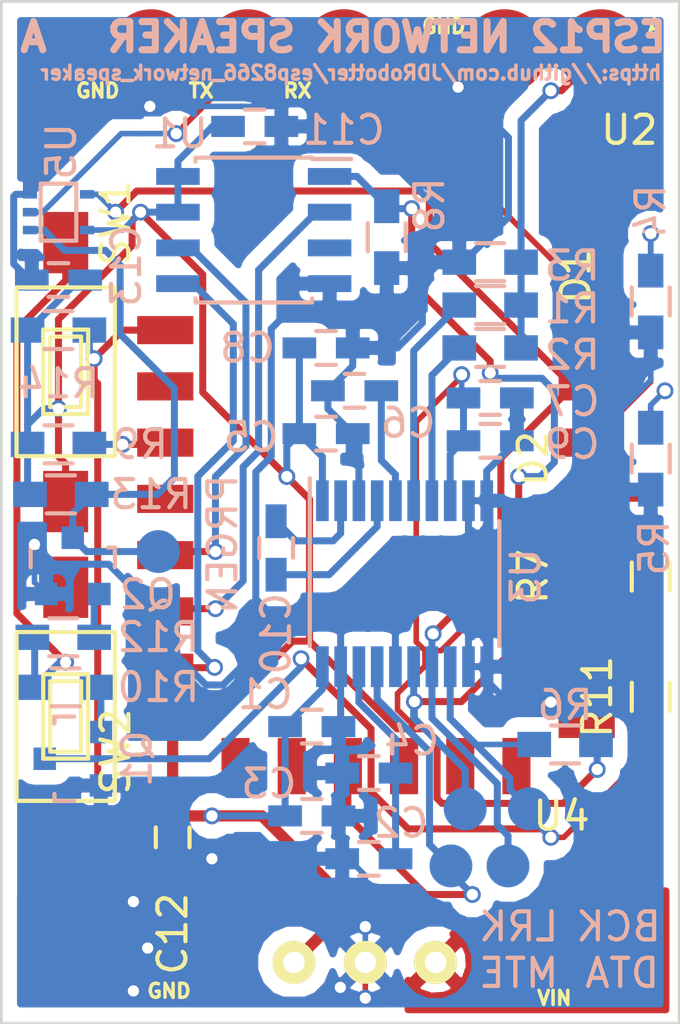
<source format=kicad_pcb>
(kicad_pcb (version 20171130) (host pcbnew "(5.1.12)-1")

  (general
    (thickness 1.6)
    (drawings 14)
    (tracks 426)
    (zones 0)
    (modules 50)
    (nets 32)
  )

  (page A4)
  (layers
    (0 F.Cu signal)
    (31 B.Cu signal)
    (32 B.Adhes user hide)
    (33 F.Adhes user hide)
    (34 B.Paste user hide)
    (35 F.Paste user hide)
    (36 B.SilkS user hide)
    (37 F.SilkS user hide)
    (38 B.Mask user hide)
    (39 F.Mask user hide)
    (40 Dwgs.User user hide)
    (41 Cmts.User user hide)
    (42 Eco1.User user hide)
    (43 Eco2.User user hide)
    (44 Edge.Cuts user)
    (45 Margin user hide)
    (46 B.CrtYd user hide)
    (47 F.CrtYd user hide)
    (48 B.Fab user hide)
    (49 F.Fab user hide)
  )

  (setup
    (last_trace_width 0.2)
    (trace_clearance 0.2)
    (zone_clearance 0.508)
    (zone_45_only no)
    (trace_min 0.2)
    (via_size 0.6)
    (via_drill 0.4)
    (via_min_size 0.4)
    (via_min_drill 0.3)
    (uvia_size 0.3)
    (uvia_drill 0.1)
    (uvias_allowed no)
    (uvia_min_size 0.2)
    (uvia_min_drill 0.1)
    (edge_width 0.1)
    (segment_width 0.2)
    (pcb_text_width 0.3)
    (pcb_text_size 1.5 1.5)
    (mod_edge_width 0.15)
    (mod_text_size 1 1)
    (mod_text_width 0.15)
    (pad_size 1.5 1.5)
    (pad_drill 0.6)
    (pad_to_mask_clearance 0)
    (aux_axis_origin 0 0)
    (grid_origin 152.654 104.14)
    (visible_elements 7FFFFFFF)
    (pcbplotparams
      (layerselection 0x000e0_80000001)
      (usegerberextensions false)
      (usegerberattributes true)
      (usegerberadvancedattributes true)
      (creategerberjobfile true)
      (excludeedgelayer true)
      (linewidth 0.100000)
      (plotframeref false)
      (viasonmask false)
      (mode 1)
      (useauxorigin false)
      (hpglpennumber 1)
      (hpglpenspeed 20)
      (hpglpendiameter 15.000000)
      (psnegative false)
      (psa4output false)
      (plotreference false)
      (plotvalue false)
      (plotinvisibletext false)
      (padsonsilk false)
      (subtractmaskfromsilk false)
      (outputformat 4)
      (mirror false)
      (drillshape 0)
      (scaleselection 1)
      (outputdirectory ""))
  )

  (net 0 "")
  (net 1 +3V3)
  (net 2 GND)
  (net 3 "Net-(C2-Pad2)")
  (net 4 "Net-(C6-Pad2)")
  (net 5 "Net-(C10-Pad1)")
  (net 6 "Net-(C10-Pad2)")
  (net 7 DAC_OUTL)
  (net 8 DAC_OUTR)
  (net 9 DAC_BCK)
  (net 10 ESP12_CS)
  (net 11 ESP12_MISO)
  (net 12 ESP12_MOSI)
  (net 13 ESP12_CLK)
  (net 14 DAC_LRCK)
  (net 15 DAC_DATA)
  (net 16 "Net-(D1-Pad1)")
  (net 17 LEDB)
  (net 18 "Net-(D2-Pad1)")
  (net 19 LEDA)
  (net 20 "Net-(R9-Pad1)")
  (net 21 "Net-(R10-Pad2)")
  (net 22 "Net-(R11-Pad2)")
  (net 23 /PROG_EN)
  (net 24 ESP12_RESET)
  (net 25 "Net-(Q1-Pad1)")
  (net 26 "Net-(Q2-Pad1)")
  (net 27 "Net-(R1-Pad1)")
  (net 28 ESP12_TX)
  (net 29 DAC_MUTE)
  (net 30 /VBATT)
  (net 31 /PROG_TX)

  (net_class Default "This is the default net class."
    (clearance 0.2)
    (trace_width 0.2)
    (via_dia 0.6)
    (via_drill 0.4)
    (uvia_dia 0.3)
    (uvia_drill 0.1)
    (add_net /PROG_EN)
    (add_net /PROG_TX)
    (add_net /VBATT)
    (add_net DAC_BCK)
    (add_net DAC_DATA)
    (add_net DAC_LRCK)
    (add_net DAC_MUTE)
    (add_net DAC_OUTL)
    (add_net DAC_OUTR)
    (add_net ESP12_CLK)
    (add_net ESP12_CS)
    (add_net ESP12_MISO)
    (add_net ESP12_MOSI)
    (add_net ESP12_RESET)
    (add_net ESP12_TX)
    (add_net GND)
    (add_net LEDA)
    (add_net LEDB)
    (add_net "Net-(C10-Pad1)")
    (add_net "Net-(C10-Pad2)")
    (add_net "Net-(C2-Pad2)")
    (add_net "Net-(C6-Pad2)")
    (add_net "Net-(D1-Pad1)")
    (add_net "Net-(D2-Pad1)")
    (add_net "Net-(Q1-Pad1)")
    (add_net "Net-(Q2-Pad1)")
    (add_net "Net-(R1-Pad1)")
    (add_net "Net-(R10-Pad2)")
    (add_net "Net-(R11-Pad2)")
    (add_net "Net-(R9-Pad1)")
  )

  (net_class n ""
    (clearance 0.2)
    (trace_width 0.4)
    (via_dia 0.6)
    (via_drill 0.4)
    (uvia_dia 0.3)
    (uvia_drill 0.1)
    (add_net +3V3)
  )

  (module Capacitors_SMD:C_0603_HandSoldering (layer B.Cu) (tedit 541A9B4D) (tstamp 5818F5B9)
    (at 132.334 90.17 180)
    (descr "Capacitor SMD 0603, hand soldering")
    (tags "capacitor 0603")
    (path /5818CAE7)
    (attr smd)
    (fp_text reference C13 (at -2.413 0.508 270) (layer B.SilkS)
      (effects (font (size 1 1) (thickness 0.15)) (justify mirror))
    )
    (fp_text value 100nF (at 0 -1.9 180) (layer B.Fab)
      (effects (font (size 1 1) (thickness 0.15)) (justify mirror))
    )
    (fp_line (start 0.35 -0.6) (end -0.35 -0.6) (layer B.SilkS) (width 0.15))
    (fp_line (start -0.35 0.6) (end 0.35 0.6) (layer B.SilkS) (width 0.15))
    (fp_line (start 1.85 0.75) (end 1.85 -0.75) (layer B.CrtYd) (width 0.05))
    (fp_line (start -1.85 0.75) (end -1.85 -0.75) (layer B.CrtYd) (width 0.05))
    (fp_line (start -1.85 -0.75) (end 1.85 -0.75) (layer B.CrtYd) (width 0.05))
    (fp_line (start -1.85 0.75) (end 1.85 0.75) (layer B.CrtYd) (width 0.05))
    (pad 1 smd rect (at -0.95 0 180) (size 1.2 0.75) (layers B.Cu B.Paste B.Mask)
      (net 1 +3V3))
    (pad 2 smd rect (at 0.95 0 180) (size 1.2 0.75) (layers B.Cu B.Paste B.Mask)
      (net 2 GND))
    (model Capacitors_SMD.3dshapes/C_0603_HandSoldering.wrl
      (at (xyz 0 0 0))
      (scale (xyz 1 1 1))
      (rotate (xyz 0 0 0))
    )
  )

  (module Housings_SOIC:SOIC-8_3.9x4.9mm_Pitch1.27mm (layer B.Cu) (tedit 54130A77) (tstamp 580931F8)
    (at 139.286 88.392 180)
    (descr "8-Lead Plastic Small Outline (SN) - Narrow, 3.90 mm Body [SOIC] (see Microchip Packaging Specification 00000049BS.pdf)")
    (tags "SOIC 1.27")
    (path /5809CABB)
    (attr smd)
    (fp_text reference U1 (at 2.634 3.429 180) (layer B.SilkS)
      (effects (font (size 1 1) (thickness 0.15)) (justify mirror))
    )
    (fp_text value 23LC1024 (at 0 -3.5 180) (layer B.Fab)
      (effects (font (size 1 1) (thickness 0.15)) (justify mirror))
    )
    (fp_line (start -2.075 2.525) (end -3.475 2.525) (layer B.SilkS) (width 0.15))
    (fp_line (start -2.075 -2.575) (end 2.075 -2.575) (layer B.SilkS) (width 0.15))
    (fp_line (start -2.075 2.575) (end 2.075 2.575) (layer B.SilkS) (width 0.15))
    (fp_line (start -2.075 -2.575) (end -2.075 -2.43) (layer B.SilkS) (width 0.15))
    (fp_line (start 2.075 -2.575) (end 2.075 -2.43) (layer B.SilkS) (width 0.15))
    (fp_line (start 2.075 2.575) (end 2.075 2.43) (layer B.SilkS) (width 0.15))
    (fp_line (start -2.075 2.575) (end -2.075 2.525) (layer B.SilkS) (width 0.15))
    (fp_line (start -3.75 -2.75) (end 3.75 -2.75) (layer B.CrtYd) (width 0.05))
    (fp_line (start -3.75 2.75) (end 3.75 2.75) (layer B.CrtYd) (width 0.05))
    (fp_line (start 3.75 2.75) (end 3.75 -2.75) (layer B.CrtYd) (width 0.05))
    (fp_line (start -3.75 2.75) (end -3.75 -2.75) (layer B.CrtYd) (width 0.05))
    (fp_line (start -1.95 1.45) (end -0.95 2.45) (layer B.Fab) (width 0.15))
    (fp_line (start -1.95 -2.45) (end -1.95 1.45) (layer B.Fab) (width 0.15))
    (fp_line (start 1.95 -2.45) (end -1.95 -2.45) (layer B.Fab) (width 0.15))
    (fp_line (start 1.95 2.45) (end 1.95 -2.45) (layer B.Fab) (width 0.15))
    (fp_line (start -0.95 2.45) (end 1.95 2.45) (layer B.Fab) (width 0.15))
    (pad 1 smd rect (at -2.7 1.905 180) (size 1.55 0.6) (layers B.Cu B.Paste B.Mask)
      (net 10 ESP12_CS))
    (pad 2 smd rect (at -2.7 0.635 180) (size 1.55 0.6) (layers B.Cu B.Paste B.Mask)
      (net 11 ESP12_MISO))
    (pad 3 smd rect (at -2.7 -0.635 180) (size 1.55 0.6) (layers B.Cu B.Paste B.Mask))
    (pad 4 smd rect (at -2.7 -1.905 180) (size 1.55 0.6) (layers B.Cu B.Paste B.Mask)
      (net 2 GND))
    (pad 5 smd rect (at 2.7 -1.905 180) (size 1.55 0.6) (layers B.Cu B.Paste B.Mask)
      (net 12 ESP12_MOSI))
    (pad 6 smd rect (at 2.7 -0.635 180) (size 1.55 0.6) (layers B.Cu B.Paste B.Mask)
      (net 13 ESP12_CLK))
    (pad 7 smd rect (at 2.7 0.635 180) (size 1.55 0.6) (layers B.Cu B.Paste B.Mask)
      (net 1 +3V3))
    (pad 8 smd rect (at 2.7 1.905 180) (size 1.55 0.6) (layers B.Cu B.Paste B.Mask)
      (net 1 +3V3))
    (model Housings_SOIC.3dshapes/SOIC-8_3.9x4.9mm_Pitch1.27mm.wrl
      (at (xyz 0 0 0))
      (scale (xyz 1 1 1))
      (rotate (xyz 0 0 0))
    )
  )

  (module Housings_SSOP:TSSOP-20_4.4x6.5mm_Pitch0.65mm (layer B.Cu) (tedit 54130A77) (tstamp 58039BF1)
    (at 144.653 100.965 270)
    (descr "20-Lead Plastic Thin Shrink Small Outline (ST)-4.4 mm Body [TSSOP] (see Microchip Packaging Specification 00000049BS.pdf)")
    (tags "SSOP 0.65")
    (path /58038D3C)
    (attr smd)
    (fp_text reference U3 (at -0.254 -4.318 270) (layer B.SilkS)
      (effects (font (size 1 1) (thickness 0.15)) (justify mirror))
    )
    (fp_text value PCM5100A (at 0 -4.3 270) (layer B.Fab)
      (effects (font (size 1 1) (thickness 0.15)) (justify mirror))
    )
    (fp_line (start -3.75 3.375) (end 2.225 3.375) (layer B.SilkS) (width 0.15))
    (fp_line (start -2.225 -3.375) (end 2.225 -3.375) (layer B.SilkS) (width 0.15))
    (fp_line (start -3.95 -3.55) (end 3.95 -3.55) (layer B.CrtYd) (width 0.05))
    (fp_line (start -3.95 3.55) (end 3.95 3.55) (layer B.CrtYd) (width 0.05))
    (fp_line (start 3.95 3.55) (end 3.95 -3.55) (layer B.CrtYd) (width 0.05))
    (fp_line (start -3.95 3.55) (end -3.95 -3.55) (layer B.CrtYd) (width 0.05))
    (pad 1 smd rect (at -2.95 2.925 270) (size 1.45 0.45) (layers B.Cu B.Paste B.Mask)
      (net 1 +3V3))
    (pad 2 smd rect (at -2.95 2.275 270) (size 1.45 0.45) (layers B.Cu B.Paste B.Mask)
      (net 5 "Net-(C10-Pad1)"))
    (pad 3 smd rect (at -2.95 1.625 270) (size 1.45 0.45) (layers B.Cu B.Paste B.Mask)
      (net 2 GND))
    (pad 4 smd rect (at -2.95 0.975 270) (size 1.45 0.45) (layers B.Cu B.Paste B.Mask)
      (net 6 "Net-(C10-Pad2)"))
    (pad 5 smd rect (at -2.95 0.325 270) (size 1.45 0.45) (layers B.Cu B.Paste B.Mask)
      (net 4 "Net-(C6-Pad2)"))
    (pad 6 smd rect (at -2.95 -0.325 270) (size 1.45 0.45) (layers B.Cu B.Paste B.Mask)
      (net 7 DAC_OUTL))
    (pad 7 smd rect (at -2.95 -0.975 270) (size 1.45 0.45) (layers B.Cu B.Paste B.Mask)
      (net 8 DAC_OUTR))
    (pad 8 smd rect (at -2.95 -1.625 270) (size 1.45 0.45) (layers B.Cu B.Paste B.Mask)
      (net 1 +3V3))
    (pad 9 smd rect (at -2.95 -2.275 270) (size 1.45 0.45) (layers B.Cu B.Paste B.Mask)
      (net 2 GND))
    (pad 10 smd rect (at -2.95 -2.925 270) (size 1.45 0.45) (layers B.Cu B.Paste B.Mask)
      (net 2 GND))
    (pad 11 smd rect (at 2.95 -2.925 270) (size 1.45 0.45) (layers B.Cu B.Paste B.Mask)
      (net 2 GND))
    (pad 12 smd rect (at 2.95 -2.275 270) (size 1.45 0.45) (layers B.Cu B.Paste B.Mask)
      (net 2 GND))
    (pad 13 smd rect (at 2.95 -1.625 270) (size 1.45 0.45) (layers B.Cu B.Paste B.Mask)
      (net 9 DAC_BCK))
    (pad 14 smd rect (at 2.95 -0.975 270) (size 1.45 0.45) (layers B.Cu B.Paste B.Mask)
      (net 15 DAC_DATA))
    (pad 15 smd rect (at 2.95 -0.325 270) (size 1.45 0.45) (layers B.Cu B.Paste B.Mask)
      (net 14 DAC_LRCK))
    (pad 16 smd rect (at 2.95 0.325 270) (size 1.45 0.45) (layers B.Cu B.Paste B.Mask)
      (net 2 GND))
    (pad 17 smd rect (at 2.95 0.975 270) (size 1.45 0.45) (layers B.Cu B.Paste B.Mask)
      (net 29 DAC_MUTE))
    (pad 18 smd rect (at 2.95 1.625 270) (size 1.45 0.45) (layers B.Cu B.Paste B.Mask)
      (net 3 "Net-(C2-Pad2)"))
    (pad 19 smd rect (at 2.95 2.275 270) (size 1.45 0.45) (layers B.Cu B.Paste B.Mask)
      (net 2 GND))
    (pad 20 smd rect (at 2.95 2.925 270) (size 1.45 0.45) (layers B.Cu B.Paste B.Mask)
      (net 1 +3V3))
    (model Housings_SSOP.3dshapes/TSSOP-20_4.4x6.5mm_Pitch0.65mm.wrl
      (at (xyz 0 0 0))
      (scale (xyz 1 1 1))
      (rotate (xyz 0 0 0))
    )
  )

  (module ESP12:ESP12 (layer F.Cu) (tedit 5818FFC9) (tstamp 5818F5DE)
    (at 135.636 107.95)
    (path /5809BC13)
    (fp_text reference U2 (at 17.018 -23.114) (layer F.SilkS)
      (effects (font (size 1 1) (thickness 0.15)))
    )
    (fp_text value ESP12 (at 3 -22.5) (layer F.Fab)
      (effects (font (size 1 1) (thickness 0.15)))
    )
    (fp_line (start 0 -17.5) (end 0 0) (layer F.CrtYd) (width 0.15))
    (fp_line (start 16 0) (end 16 -17) (layer F.CrtYd) (width 0.15))
    (fp_line (start 16 0) (end 0 0) (layer F.CrtYd) (width 0.15))
    (fp_line (start 16 -24) (end 16 -17) (layer F.CrtYd) (width 0.15))
    (fp_line (start 0 -24) (end 16 -24) (layer F.CrtYd) (width 0.15))
    (fp_line (start 0 -17.5) (end 0 -24) (layer F.CrtYd) (width 0.15))
    (pad 1 smd rect (at 0.5 -16) (size 2 1) (layers F.Cu F.Paste F.Mask)
      (net 24 ESP12_RESET))
    (pad 2 smd rect (at 0.5 -14) (size 2 1) (layers F.Cu F.Paste F.Mask))
    (pad 3 smd rect (at 0.5 -12) (size 2 1) (layers F.Cu F.Paste F.Mask)
      (net 20 "Net-(R9-Pad1)"))
    (pad 4 smd rect (at 0.5 -10) (size 2 1) (layers F.Cu F.Paste F.Mask))
    (pad 5 smd rect (at 0.5 -8) (size 2 1) (layers F.Cu F.Paste F.Mask)
      (net 13 ESP12_CLK))
    (pad 6 smd rect (at 0.5 -6) (size 2 1) (layers F.Cu F.Paste F.Mask)
      (net 11 ESP12_MISO))
    (pad 7 smd rect (at 0.5 -4) (size 2 1) (layers F.Cu F.Paste F.Mask)
      (net 12 ESP12_MOSI))
    (pad 8 smd rect (at 0.5 -2) (size 2 1) (layers F.Cu F.Paste F.Mask)
      (net 1 +3V3))
    (pad 9 smd rect (at 3 -0.5 90) (size 2 1) (layers F.Cu F.Paste F.Mask))
    (pad 10 smd rect (at 5 -0.5 90) (size 2 1) (layers F.Cu F.Paste F.Mask))
    (pad 11 smd rect (at 7 -0.5 90) (size 2 1) (layers F.Cu F.Paste F.Mask)
      (net 29 DAC_MUTE))
    (pad 12 smd rect (at 9 -0.5 90) (size 2 1) (layers F.Cu F.Paste F.Mask))
    (pad 13 smd rect (at 11 -0.5 90) (size 2 1) (layers F.Cu F.Paste F.Mask))
    (pad 14 smd rect (at 13 -0.5 90) (size 2 1) (layers F.Cu F.Paste F.Mask))
    (pad 15 smd rect (at 15.5 -2) (size 2 1) (layers F.Cu F.Paste F.Mask)
      (net 2 GND))
    (pad 16 smd rect (at 15.5 -4) (size 2 1) (layers F.Cu F.Paste F.Mask)
      (net 22 "Net-(R11-Pad2)"))
    (pad 17 smd rect (at 15.5 -6) (size 2 1) (layers F.Cu F.Paste F.Mask)
      (net 14 DAC_LRCK))
    (pad 18 smd rect (at 15.5 -8) (size 2 1) (layers F.Cu F.Paste F.Mask)
      (net 10 ESP12_CS))
    (pad 19 smd rect (at 15.5 -10) (size 2 1) (layers F.Cu F.Paste F.Mask)
      (net 19 LEDA))
    (pad 20 smd rect (at 15.5 -12) (size 2 1) (layers F.Cu F.Paste F.Mask)
      (net 17 LEDB))
    (pad 21 smd rect (at 15.5 -14) (size 2 1) (layers F.Cu F.Paste F.Mask)
      (net 15 DAC_DATA))
    (pad 22 smd rect (at 15.5 -16) (size 2 1) (layers F.Cu F.Paste F.Mask)
      (net 28 ESP12_TX))
  )

  (module Capacitors_SMD:C_0603_HandSoldering (layer B.Cu) (tedit 541A9B4D) (tstamp 58039B7D)
    (at 141.351 106.045)
    (descr "Capacitor SMD 0603, hand soldering")
    (tags "capacitor 0603")
    (path /5803945D)
    (attr smd)
    (fp_text reference C1 (at -1.651 -1.143) (layer B.SilkS)
      (effects (font (size 1 1) (thickness 0.15)) (justify mirror))
    )
    (fp_text value 100nF (at 0 -1.9) (layer B.Fab)
      (effects (font (size 1 1) (thickness 0.15)) (justify mirror))
    )
    (fp_line (start 0.35 -0.6) (end -0.35 -0.6) (layer B.SilkS) (width 0.15))
    (fp_line (start -0.35 0.6) (end 0.35 0.6) (layer B.SilkS) (width 0.15))
    (fp_line (start 1.85 0.75) (end 1.85 -0.75) (layer B.CrtYd) (width 0.05))
    (fp_line (start -1.85 0.75) (end -1.85 -0.75) (layer B.CrtYd) (width 0.05))
    (fp_line (start -1.85 -0.75) (end 1.85 -0.75) (layer B.CrtYd) (width 0.05))
    (fp_line (start -1.85 0.75) (end 1.85 0.75) (layer B.CrtYd) (width 0.05))
    (pad 1 smd rect (at -0.95 0) (size 1.2 0.75) (layers B.Cu B.Paste B.Mask)
      (net 1 +3V3))
    (pad 2 smd rect (at 0.95 0) (size 1.2 0.75) (layers B.Cu B.Paste B.Mask)
      (net 2 GND))
    (model Capacitors_SMD.3dshapes/C_0603_HandSoldering.wrl
      (at (xyz 0 0 0))
      (scale (xyz 1 1 1))
      (rotate (xyz 0 0 0))
    )
  )

  (module Capacitors_SMD:C_0603_HandSoldering (layer B.Cu) (tedit 541A9B4D) (tstamp 58039B83)
    (at 143.383 110.744)
    (descr "Capacitor SMD 0603, hand soldering")
    (tags "capacitor 0603")
    (path /580394C0)
    (attr smd)
    (fp_text reference C2 (at 1.143 -1.27) (layer B.SilkS)
      (effects (font (size 1 1) (thickness 0.15)) (justify mirror))
    )
    (fp_text value 100nF (at 0 -1.9) (layer B.Fab)
      (effects (font (size 1 1) (thickness 0.15)) (justify mirror))
    )
    (fp_line (start 0.35 -0.6) (end -0.35 -0.6) (layer B.SilkS) (width 0.15))
    (fp_line (start -0.35 0.6) (end 0.35 0.6) (layer B.SilkS) (width 0.15))
    (fp_line (start 1.85 0.75) (end 1.85 -0.75) (layer B.CrtYd) (width 0.05))
    (fp_line (start -1.85 0.75) (end -1.85 -0.75) (layer B.CrtYd) (width 0.05))
    (fp_line (start -1.85 -0.75) (end 1.85 -0.75) (layer B.CrtYd) (width 0.05))
    (fp_line (start -1.85 0.75) (end 1.85 0.75) (layer B.CrtYd) (width 0.05))
    (pad 1 smd rect (at -0.95 0) (size 1.2 0.75) (layers B.Cu B.Paste B.Mask)
      (net 2 GND))
    (pad 2 smd rect (at 0.95 0) (size 1.2 0.75) (layers B.Cu B.Paste B.Mask)
      (net 3 "Net-(C2-Pad2)"))
    (model Capacitors_SMD.3dshapes/C_0603_HandSoldering.wrl
      (at (xyz 0 0 0))
      (scale (xyz 1 1 1))
      (rotate (xyz 0 0 0))
    )
  )

  (module Capacitors_SMD:C_0603_HandSoldering (layer B.Cu) (tedit 541A9B4D) (tstamp 58039BA7)
    (at 141.859 92.583)
    (descr "Capacitor SMD 0603, hand soldering")
    (tags "capacitor 0603")
    (path /5803A91B)
    (attr smd)
    (fp_text reference C8 (at -2.794 0) (layer B.SilkS)
      (effects (font (size 1 1) (thickness 0.15)) (justify mirror))
    )
    (fp_text value 100nF (at 0 -1.9) (layer B.Fab)
      (effects (font (size 1 1) (thickness 0.15)) (justify mirror))
    )
    (fp_line (start 0.35 -0.6) (end -0.35 -0.6) (layer B.SilkS) (width 0.15))
    (fp_line (start -0.35 0.6) (end 0.35 0.6) (layer B.SilkS) (width 0.15))
    (fp_line (start 1.85 0.75) (end 1.85 -0.75) (layer B.CrtYd) (width 0.05))
    (fp_line (start -1.85 0.75) (end -1.85 -0.75) (layer B.CrtYd) (width 0.05))
    (fp_line (start -1.85 -0.75) (end 1.85 -0.75) (layer B.CrtYd) (width 0.05))
    (fp_line (start -1.85 0.75) (end 1.85 0.75) (layer B.CrtYd) (width 0.05))
    (pad 1 smd rect (at -0.95 0) (size 1.2 0.75) (layers B.Cu B.Paste B.Mask)
      (net 1 +3V3))
    (pad 2 smd rect (at 0.95 0) (size 1.2 0.75) (layers B.Cu B.Paste B.Mask)
      (net 2 GND))
    (model Capacitors_SMD.3dshapes/C_0603_HandSoldering.wrl
      (at (xyz 0 0 0))
      (scale (xyz 1 1 1))
      (rotate (xyz 0 0 0))
    )
  )

  (module Capacitors_SMD:C_0603_HandSoldering (layer B.Cu) (tedit 541A9B4D) (tstamp 58039BAD)
    (at 147.701 95.885)
    (descr "Capacitor SMD 0603, hand soldering")
    (tags "capacitor 0603")
    (path /5803A1E4)
    (attr smd)
    (fp_text reference C9 (at 2.921 0.127) (layer B.SilkS)
      (effects (font (size 1 1) (thickness 0.15)) (justify mirror))
    )
    (fp_text value 100nF (at 0 -1.9) (layer B.Fab)
      (effects (font (size 1 1) (thickness 0.15)) (justify mirror))
    )
    (fp_line (start 0.35 -0.6) (end -0.35 -0.6) (layer B.SilkS) (width 0.15))
    (fp_line (start -0.35 0.6) (end 0.35 0.6) (layer B.SilkS) (width 0.15))
    (fp_line (start 1.85 0.75) (end 1.85 -0.75) (layer B.CrtYd) (width 0.05))
    (fp_line (start -1.85 0.75) (end -1.85 -0.75) (layer B.CrtYd) (width 0.05))
    (fp_line (start -1.85 -0.75) (end 1.85 -0.75) (layer B.CrtYd) (width 0.05))
    (fp_line (start -1.85 0.75) (end 1.85 0.75) (layer B.CrtYd) (width 0.05))
    (pad 1 smd rect (at -0.95 0) (size 1.2 0.75) (layers B.Cu B.Paste B.Mask)
      (net 1 +3V3))
    (pad 2 smd rect (at 0.95 0) (size 1.2 0.75) (layers B.Cu B.Paste B.Mask)
      (net 2 GND))
    (model Capacitors_SMD.3dshapes/C_0603_HandSoldering.wrl
      (at (xyz 0 0 0))
      (scale (xyz 1 1 1))
      (rotate (xyz 0 0 0))
    )
  )

  (module Capacitors_SMD:C_0603_HandSoldering (layer B.Cu) (tedit 541A9B4D) (tstamp 5803A06B)
    (at 141.351 109.22)
    (descr "Capacitor SMD 0603, hand soldering")
    (tags "capacitor 0603")
    (path /5803954A)
    (attr smd)
    (fp_text reference C3 (at -1.524 -1.143) (layer B.SilkS)
      (effects (font (size 1 1) (thickness 0.15)) (justify mirror))
    )
    (fp_text value 10uF (at 0 -1.9) (layer B.Fab)
      (effects (font (size 1 1) (thickness 0.15)) (justify mirror))
    )
    (fp_line (start 0.35 -0.6) (end -0.35 -0.6) (layer B.SilkS) (width 0.15))
    (fp_line (start -0.35 0.6) (end 0.35 0.6) (layer B.SilkS) (width 0.15))
    (fp_line (start 1.85 0.75) (end 1.85 -0.75) (layer B.CrtYd) (width 0.05))
    (fp_line (start -1.85 0.75) (end -1.85 -0.75) (layer B.CrtYd) (width 0.05))
    (fp_line (start -1.85 -0.75) (end 1.85 -0.75) (layer B.CrtYd) (width 0.05))
    (fp_line (start -1.85 0.75) (end 1.85 0.75) (layer B.CrtYd) (width 0.05))
    (pad 1 smd rect (at -0.95 0) (size 1.2 0.75) (layers B.Cu B.Paste B.Mask)
      (net 1 +3V3))
    (pad 2 smd rect (at 0.95 0) (size 1.2 0.75) (layers B.Cu B.Paste B.Mask)
      (net 2 GND))
    (model Capacitors_SMD.3dshapes/C_0603_HandSoldering.wrl
      (at (xyz 0 0 0))
      (scale (xyz 1 1 1))
      (rotate (xyz 0 0 0))
    )
  )

  (module Capacitors_SMD:C_0603_HandSoldering (layer B.Cu) (tedit 541A9B4D) (tstamp 5803A070)
    (at 143.383 107.696 180)
    (descr "Capacitor SMD 0603, hand soldering")
    (tags "capacitor 0603")
    (path /580394ED)
    (attr smd)
    (fp_text reference C4 (at -1.524 1.143 180) (layer B.SilkS)
      (effects (font (size 1 1) (thickness 0.15)) (justify mirror))
    )
    (fp_text value 10uF (at 0 -1.9 180) (layer B.Fab)
      (effects (font (size 1 1) (thickness 0.15)) (justify mirror))
    )
    (fp_line (start 0.35 -0.6) (end -0.35 -0.6) (layer B.SilkS) (width 0.15))
    (fp_line (start -0.35 0.6) (end 0.35 0.6) (layer B.SilkS) (width 0.15))
    (fp_line (start 1.85 0.75) (end 1.85 -0.75) (layer B.CrtYd) (width 0.05))
    (fp_line (start -1.85 0.75) (end -1.85 -0.75) (layer B.CrtYd) (width 0.05))
    (fp_line (start -1.85 -0.75) (end 1.85 -0.75) (layer B.CrtYd) (width 0.05))
    (fp_line (start -1.85 0.75) (end 1.85 0.75) (layer B.CrtYd) (width 0.05))
    (pad 1 smd rect (at -0.95 0 180) (size 1.2 0.75) (layers B.Cu B.Paste B.Mask)
      (net 3 "Net-(C2-Pad2)"))
    (pad 2 smd rect (at 0.95 0 180) (size 1.2 0.75) (layers B.Cu B.Paste B.Mask)
      (net 2 GND))
    (model Capacitors_SMD.3dshapes/C_0603_HandSoldering.wrl
      (at (xyz 0 0 0))
      (scale (xyz 1 1 1))
      (rotate (xyz 0 0 0))
    )
  )

  (module Capacitors_SMD:C_0603_HandSoldering (layer B.Cu) (tedit 541A9B4D) (tstamp 5803A075)
    (at 141.859 95.631)
    (descr "Capacitor SMD 0603, hand soldering")
    (tags "capacitor 0603")
    (path /5803A987)
    (attr smd)
    (fp_text reference C5 (at -2.667 0.127) (layer B.SilkS)
      (effects (font (size 1 1) (thickness 0.15)) (justify mirror))
    )
    (fp_text value 10uF (at 0 -1.9) (layer B.Fab)
      (effects (font (size 1 1) (thickness 0.15)) (justify mirror))
    )
    (fp_line (start 0.35 -0.6) (end -0.35 -0.6) (layer B.SilkS) (width 0.15))
    (fp_line (start -0.35 0.6) (end 0.35 0.6) (layer B.SilkS) (width 0.15))
    (fp_line (start 1.85 0.75) (end 1.85 -0.75) (layer B.CrtYd) (width 0.05))
    (fp_line (start -1.85 0.75) (end -1.85 -0.75) (layer B.CrtYd) (width 0.05))
    (fp_line (start -1.85 -0.75) (end 1.85 -0.75) (layer B.CrtYd) (width 0.05))
    (fp_line (start -1.85 0.75) (end 1.85 0.75) (layer B.CrtYd) (width 0.05))
    (pad 1 smd rect (at -0.95 0) (size 1.2 0.75) (layers B.Cu B.Paste B.Mask)
      (net 1 +3V3))
    (pad 2 smd rect (at 0.95 0) (size 1.2 0.75) (layers B.Cu B.Paste B.Mask)
      (net 2 GND))
    (model Capacitors_SMD.3dshapes/C_0603_HandSoldering.wrl
      (at (xyz 0 0 0))
      (scale (xyz 1 1 1))
      (rotate (xyz 0 0 0))
    )
  )

  (module Capacitors_SMD:C_0603_HandSoldering (layer B.Cu) (tedit 541A9B4D) (tstamp 5803A07A)
    (at 142.875 94.107)
    (descr "Capacitor SMD 0603, hand soldering")
    (tags "capacitor 0603")
    (path /5803AB94)
    (attr smd)
    (fp_text reference C6 (at 1.905 1.143) (layer B.SilkS)
      (effects (font (size 1 1) (thickness 0.15)) (justify mirror))
    )
    (fp_text value 2.2uF (at 0 -1.9) (layer B.Fab)
      (effects (font (size 1 1) (thickness 0.15)) (justify mirror))
    )
    (fp_line (start 0.35 -0.6) (end -0.35 -0.6) (layer B.SilkS) (width 0.15))
    (fp_line (start -0.35 0.6) (end 0.35 0.6) (layer B.SilkS) (width 0.15))
    (fp_line (start 1.85 0.75) (end 1.85 -0.75) (layer B.CrtYd) (width 0.05))
    (fp_line (start -1.85 0.75) (end -1.85 -0.75) (layer B.CrtYd) (width 0.05))
    (fp_line (start -1.85 -0.75) (end 1.85 -0.75) (layer B.CrtYd) (width 0.05))
    (fp_line (start -1.85 0.75) (end 1.85 0.75) (layer B.CrtYd) (width 0.05))
    (pad 1 smd rect (at -0.95 0) (size 1.2 0.75) (layers B.Cu B.Paste B.Mask)
      (net 2 GND))
    (pad 2 smd rect (at 0.95 0) (size 1.2 0.75) (layers B.Cu B.Paste B.Mask)
      (net 4 "Net-(C6-Pad2)"))
    (model Capacitors_SMD.3dshapes/C_0603_HandSoldering.wrl
      (at (xyz 0 0 0))
      (scale (xyz 1 1 1))
      (rotate (xyz 0 0 0))
    )
  )

  (module Capacitors_SMD:C_0603_HandSoldering (layer B.Cu) (tedit 541A9B4D) (tstamp 5803A07F)
    (at 147.701 94.361)
    (descr "Capacitor SMD 0603, hand soldering")
    (tags "capacitor 0603")
    (path /5803A242)
    (attr smd)
    (fp_text reference C7 (at 2.921 0.127) (layer B.SilkS)
      (effects (font (size 1 1) (thickness 0.15)) (justify mirror))
    )
    (fp_text value 10uF (at 0 -1.9) (layer B.Fab)
      (effects (font (size 1 1) (thickness 0.15)) (justify mirror))
    )
    (fp_line (start 0.35 -0.6) (end -0.35 -0.6) (layer B.SilkS) (width 0.15))
    (fp_line (start -0.35 0.6) (end 0.35 0.6) (layer B.SilkS) (width 0.15))
    (fp_line (start 1.85 0.75) (end 1.85 -0.75) (layer B.CrtYd) (width 0.05))
    (fp_line (start -1.85 0.75) (end -1.85 -0.75) (layer B.CrtYd) (width 0.05))
    (fp_line (start -1.85 -0.75) (end 1.85 -0.75) (layer B.CrtYd) (width 0.05))
    (fp_line (start -1.85 0.75) (end 1.85 0.75) (layer B.CrtYd) (width 0.05))
    (pad 1 smd rect (at -0.95 0) (size 1.2 0.75) (layers B.Cu B.Paste B.Mask)
      (net 1 +3V3))
    (pad 2 smd rect (at 0.95 0) (size 1.2 0.75) (layers B.Cu B.Paste B.Mask)
      (net 2 GND))
    (model Capacitors_SMD.3dshapes/C_0603_HandSoldering.wrl
      (at (xyz 0 0 0))
      (scale (xyz 1 1 1))
      (rotate (xyz 0 0 0))
    )
  )

  (module Capacitors_SMD:C_0603_HandSoldering (layer B.Cu) (tedit 541A9B4D) (tstamp 5803A084)
    (at 140.081 99.695 270)
    (descr "Capacitor SMD 0603, hand soldering")
    (tags "capacitor 0603")
    (path /5803AD3E)
    (attr smd)
    (fp_text reference C10 (at 3.048 0 270) (layer B.SilkS)
      (effects (font (size 1 1) (thickness 0.15)) (justify mirror))
    )
    (fp_text value 2.2uF (at 0 -1.9 270) (layer B.Fab)
      (effects (font (size 1 1) (thickness 0.15)) (justify mirror))
    )
    (fp_line (start 0.35 -0.6) (end -0.35 -0.6) (layer B.SilkS) (width 0.15))
    (fp_line (start -0.35 0.6) (end 0.35 0.6) (layer B.SilkS) (width 0.15))
    (fp_line (start 1.85 0.75) (end 1.85 -0.75) (layer B.CrtYd) (width 0.05))
    (fp_line (start -1.85 0.75) (end -1.85 -0.75) (layer B.CrtYd) (width 0.05))
    (fp_line (start -1.85 -0.75) (end 1.85 -0.75) (layer B.CrtYd) (width 0.05))
    (fp_line (start -1.85 0.75) (end 1.85 0.75) (layer B.CrtYd) (width 0.05))
    (pad 1 smd rect (at -0.95 0 270) (size 1.2 0.75) (layers B.Cu B.Paste B.Mask)
      (net 5 "Net-(C10-Pad1)"))
    (pad 2 smd rect (at 0.95 0 270) (size 1.2 0.75) (layers B.Cu B.Paste B.Mask)
      (net 6 "Net-(C10-Pad2)"))
    (model Capacitors_SMD.3dshapes/C_0603_HandSoldering.wrl
      (at (xyz 0 0 0))
      (scale (xyz 1 1 1))
      (rotate (xyz 0 0 0))
    )
  )

  (module Capacitors_SMD:C_0603_HandSoldering (layer B.Cu) (tedit 541A9B4D) (tstamp 58092943)
    (at 139.319 84.709)
    (descr "Capacitor SMD 0603, hand soldering")
    (tags "capacitor 0603")
    (path /58099D35)
    (attr smd)
    (fp_text reference C11 (at 3.175 0.127) (layer B.SilkS)
      (effects (font (size 1 1) (thickness 0.15)) (justify mirror))
    )
    (fp_text value 100nF (at 0 -1.9) (layer B.Fab)
      (effects (font (size 1 1) (thickness 0.15)) (justify mirror))
    )
    (fp_line (start 0.35 -0.6) (end -0.35 -0.6) (layer B.SilkS) (width 0.15))
    (fp_line (start -0.35 0.6) (end 0.35 0.6) (layer B.SilkS) (width 0.15))
    (fp_line (start 1.85 0.75) (end 1.85 -0.75) (layer B.CrtYd) (width 0.05))
    (fp_line (start -1.85 0.75) (end -1.85 -0.75) (layer B.CrtYd) (width 0.05))
    (fp_line (start -1.85 -0.75) (end 1.85 -0.75) (layer B.CrtYd) (width 0.05))
    (fp_line (start -1.85 0.75) (end 1.85 0.75) (layer B.CrtYd) (width 0.05))
    (fp_line (start -0.8 0.4) (end 0.8 0.4) (layer B.Fab) (width 0.15))
    (fp_line (start 0.8 0.4) (end 0.8 -0.4) (layer B.Fab) (width 0.15))
    (fp_line (start 0.8 -0.4) (end -0.8 -0.4) (layer B.Fab) (width 0.15))
    (fp_line (start -0.8 -0.4) (end -0.8 0.4) (layer B.Fab) (width 0.15))
    (pad 1 smd rect (at -0.95 0) (size 1.2 0.75) (layers B.Cu B.Paste B.Mask)
      (net 1 +3V3))
    (pad 2 smd rect (at 0.95 0) (size 1.2 0.75) (layers B.Cu B.Paste B.Mask)
      (net 2 GND))
    (model Capacitors_SMD.3dshapes/C_0603_HandSoldering.wrl
      (at (xyz 0 0 0))
      (scale (xyz 1 1 1))
      (rotate (xyz 0 0 0))
    )
  )

  (module Resistors_SMD:R_0603_HandSoldering (layer B.Cu) (tedit 5418A00F) (tstamp 580930B2)
    (at 147.701 91.059 180)
    (descr "Resistor SMD 0603, hand soldering")
    (tags "resistor 0603")
    (path /58092A6A)
    (attr smd)
    (fp_text reference R1 (at -2.921 -0.127 180) (layer B.SilkS)
      (effects (font (size 1 1) (thickness 0.15)) (justify mirror))
    )
    (fp_text value 470 (at 0 -1.9 180) (layer B.Fab)
      (effects (font (size 1 1) (thickness 0.15)) (justify mirror))
    )
    (fp_line (start -0.5 0.675) (end 0.5 0.675) (layer B.SilkS) (width 0.15))
    (fp_line (start 0.5 -0.675) (end -0.5 -0.675) (layer B.SilkS) (width 0.15))
    (fp_line (start 2 0.8) (end 2 -0.8) (layer B.CrtYd) (width 0.05))
    (fp_line (start -2 0.8) (end -2 -0.8) (layer B.CrtYd) (width 0.05))
    (fp_line (start -2 -0.8) (end 2 -0.8) (layer B.CrtYd) (width 0.05))
    (fp_line (start -2 0.8) (end 2 0.8) (layer B.CrtYd) (width 0.05))
    (pad 1 smd rect (at -1.1 0 180) (size 1.2 0.9) (layers B.Cu B.Paste B.Mask)
      (net 27 "Net-(R1-Pad1)"))
    (pad 2 smd rect (at 1.1 0 180) (size 1.2 0.9) (layers B.Cu B.Paste B.Mask)
      (net 7 DAC_OUTL))
    (model Resistors_SMD.3dshapes/R_0603_HandSoldering.wrl
      (at (xyz 0 0 0))
      (scale (xyz 1 1 1))
      (rotate (xyz 0 0 0))
    )
  )

  (module Resistors_SMD:R_0603_HandSoldering (layer B.Cu) (tedit 5418A00F) (tstamp 580930B8)
    (at 147.701 92.583 180)
    (descr "Resistor SMD 0603, hand soldering")
    (tags "resistor 0603")
    (path /58092829)
    (attr smd)
    (fp_text reference R2 (at -2.921 -0.254 180) (layer B.SilkS)
      (effects (font (size 1 1) (thickness 0.15)) (justify mirror))
    )
    (fp_text value 470 (at 0 -1.9 180) (layer B.Fab)
      (effects (font (size 1 1) (thickness 0.15)) (justify mirror))
    )
    (fp_line (start -0.5 0.675) (end 0.5 0.675) (layer B.SilkS) (width 0.15))
    (fp_line (start 0.5 -0.675) (end -0.5 -0.675) (layer B.SilkS) (width 0.15))
    (fp_line (start 2 0.8) (end 2 -0.8) (layer B.CrtYd) (width 0.05))
    (fp_line (start -2 0.8) (end -2 -0.8) (layer B.CrtYd) (width 0.05))
    (fp_line (start -2 -0.8) (end 2 -0.8) (layer B.CrtYd) (width 0.05))
    (fp_line (start -2 0.8) (end 2 0.8) (layer B.CrtYd) (width 0.05))
    (pad 1 smd rect (at -1.1 0 180) (size 1.2 0.9) (layers B.Cu B.Paste B.Mask)
      (net 27 "Net-(R1-Pad1)"))
    (pad 2 smd rect (at 1.1 0 180) (size 1.2 0.9) (layers B.Cu B.Paste B.Mask)
      (net 8 DAC_OUTR))
    (model Resistors_SMD.3dshapes/R_0603_HandSoldering.wrl
      (at (xyz 0 0 0))
      (scale (xyz 1 1 1))
      (rotate (xyz 0 0 0))
    )
  )

  (module Resistors_SMD:R_0603_HandSoldering (layer B.Cu) (tedit 5418A00F) (tstamp 580930BE)
    (at 147.701 89.535 180)
    (descr "Resistor SMD 0603, hand soldering")
    (tags "resistor 0603")
    (path /58092ACB)
    (attr smd)
    (fp_text reference R3 (at -2.921 -0.127 180) (layer B.SilkS)
      (effects (font (size 1 1) (thickness 0.15)) (justify mirror))
    )
    (fp_text value 10k (at 0 -1.9 180) (layer B.Fab)
      (effects (font (size 1 1) (thickness 0.15)) (justify mirror))
    )
    (fp_line (start -0.5 0.675) (end 0.5 0.675) (layer B.SilkS) (width 0.15))
    (fp_line (start 0.5 -0.675) (end -0.5 -0.675) (layer B.SilkS) (width 0.15))
    (fp_line (start 2 0.8) (end 2 -0.8) (layer B.CrtYd) (width 0.05))
    (fp_line (start -2 0.8) (end -2 -0.8) (layer B.CrtYd) (width 0.05))
    (fp_line (start -2 -0.8) (end 2 -0.8) (layer B.CrtYd) (width 0.05))
    (fp_line (start -2 0.8) (end 2 0.8) (layer B.CrtYd) (width 0.05))
    (pad 1 smd rect (at -1.1 0 180) (size 1.2 0.9) (layers B.Cu B.Paste B.Mask)
      (net 27 "Net-(R1-Pad1)"))
    (pad 2 smd rect (at 1.1 0 180) (size 1.2 0.9) (layers B.Cu B.Paste B.Mask)
      (net 2 GND))
    (model Resistors_SMD.3dshapes/R_0603_HandSoldering.wrl
      (at (xyz 0 0 0))
      (scale (xyz 1 1 1))
      (rotate (xyz 0 0 0))
    )
  )

  (module Capacitors_SMD:C_0603_HandSoldering (layer F.Cu) (tedit 541A9B4D) (tstamp 580934A6)
    (at 136.398 109.982 270)
    (descr "Capacitor SMD 0603, hand soldering")
    (tags "capacitor 0603")
    (path /580AA0FA)
    (attr smd)
    (fp_text reference C12 (at 3.429 0 270) (layer F.SilkS)
      (effects (font (size 1 1) (thickness 0.15)))
    )
    (fp_text value 100nF (at 0 1.9 270) (layer F.Fab)
      (effects (font (size 1 1) (thickness 0.15)))
    )
    (fp_line (start 0.35 0.6) (end -0.35 0.6) (layer F.SilkS) (width 0.15))
    (fp_line (start -0.35 -0.6) (end 0.35 -0.6) (layer F.SilkS) (width 0.15))
    (fp_line (start 1.85 -0.75) (end 1.85 0.75) (layer F.CrtYd) (width 0.05))
    (fp_line (start -1.85 -0.75) (end -1.85 0.75) (layer F.CrtYd) (width 0.05))
    (fp_line (start -1.85 0.75) (end 1.85 0.75) (layer F.CrtYd) (width 0.05))
    (fp_line (start -1.85 -0.75) (end 1.85 -0.75) (layer F.CrtYd) (width 0.05))
    (fp_line (start -0.8 -0.4) (end 0.8 -0.4) (layer F.Fab) (width 0.15))
    (fp_line (start 0.8 -0.4) (end 0.8 0.4) (layer F.Fab) (width 0.15))
    (fp_line (start 0.8 0.4) (end -0.8 0.4) (layer F.Fab) (width 0.15))
    (fp_line (start -0.8 0.4) (end -0.8 -0.4) (layer F.Fab) (width 0.15))
    (pad 1 smd rect (at -0.95 0 270) (size 1.2 0.75) (layers F.Cu F.Paste F.Mask)
      (net 1 +3V3))
    (pad 2 smd rect (at 0.95 0 270) (size 1.2 0.75) (layers F.Cu F.Paste F.Mask)
      (net 2 GND))
    (model Capacitors_SMD.3dshapes/C_0603_HandSoldering.wrl
      (at (xyz 0 0 0))
      (scale (xyz 1 1 1))
      (rotate (xyz 0 0 0))
    )
  )

  (module Resistors_SMD:R_0603_HandSoldering (layer F.Cu) (tedit 5418A00F) (tstamp 5818736D)
    (at 153.416 90.932 270)
    (descr "Resistor SMD 0603, hand soldering")
    (tags "resistor 0603")
    (path /58145D5B)
    (attr smd)
    (fp_text reference D1 (at -0.889 2.667 270) (layer F.SilkS)
      (effects (font (size 1 1) (thickness 0.15)))
    )
    (fp_text value LED (at 0 1.9 270) (layer F.Fab)
      (effects (font (size 1 1) (thickness 0.15)))
    )
    (fp_line (start -0.5 -0.675) (end 0.5 -0.675) (layer F.SilkS) (width 0.15))
    (fp_line (start 0.5 0.675) (end -0.5 0.675) (layer F.SilkS) (width 0.15))
    (fp_line (start 2 -0.8) (end 2 0.8) (layer F.CrtYd) (width 0.05))
    (fp_line (start -2 -0.8) (end -2 0.8) (layer F.CrtYd) (width 0.05))
    (fp_line (start -2 0.8) (end 2 0.8) (layer F.CrtYd) (width 0.05))
    (fp_line (start -2 -0.8) (end 2 -0.8) (layer F.CrtYd) (width 0.05))
    (pad 1 smd rect (at -1.1 0 270) (size 1.2 0.9) (layers F.Cu F.Paste F.Mask)
      (net 16 "Net-(D1-Pad1)"))
    (pad 2 smd rect (at 1.1 0 270) (size 1.2 0.9) (layers F.Cu F.Paste F.Mask)
      (net 17 LEDB))
    (model Resistors_SMD.3dshapes/R_0603_HandSoldering.wrl
      (at (xyz 0 0 0))
      (scale (xyz 1 1 1))
      (rotate (xyz 0 0 0))
    )
  )

  (module Resistors_SMD:R_0603_HandSoldering (layer F.Cu) (tedit 5418A00F) (tstamp 58187373)
    (at 153.416 96.52 270)
    (descr "Resistor SMD 0603, hand soldering")
    (tags "resistor 0603")
    (path /58144760)
    (attr smd)
    (fp_text reference D2 (at 0 4.191 270) (layer F.SilkS)
      (effects (font (size 1 1) (thickness 0.15)))
    )
    (fp_text value LED (at 0 1.9 270) (layer F.Fab)
      (effects (font (size 1 1) (thickness 0.15)))
    )
    (fp_line (start -0.5 -0.675) (end 0.5 -0.675) (layer F.SilkS) (width 0.15))
    (fp_line (start 0.5 0.675) (end -0.5 0.675) (layer F.SilkS) (width 0.15))
    (fp_line (start 2 -0.8) (end 2 0.8) (layer F.CrtYd) (width 0.05))
    (fp_line (start -2 -0.8) (end -2 0.8) (layer F.CrtYd) (width 0.05))
    (fp_line (start -2 0.8) (end 2 0.8) (layer F.CrtYd) (width 0.05))
    (fp_line (start -2 -0.8) (end 2 -0.8) (layer F.CrtYd) (width 0.05))
    (pad 1 smd rect (at -1.1 0 270) (size 1.2 0.9) (layers F.Cu F.Paste F.Mask)
      (net 18 "Net-(D2-Pad1)"))
    (pad 2 smd rect (at 1.1 0 270) (size 1.2 0.9) (layers F.Cu F.Paste F.Mask)
      (net 19 LEDA))
    (model Resistors_SMD.3dshapes/R_0603_HandSoldering.wrl
      (at (xyz 0 0 0))
      (scale (xyz 1 1 1))
      (rotate (xyz 0 0 0))
    )
  )

  (module Resistors_SMD:R_0603_HandSoldering (layer B.Cu) (tedit 5418A00F) (tstamp 58187379)
    (at 153.416 90.932 90)
    (descr "Resistor SMD 0603, hand soldering")
    (tags "resistor 0603")
    (path /58145DC2)
    (attr smd)
    (fp_text reference R4 (at 3.175 0 90) (layer B.SilkS)
      (effects (font (size 1 1) (thickness 0.15)) (justify mirror))
    )
    (fp_text value 220 (at 0 -1.9 90) (layer B.Fab)
      (effects (font (size 1 1) (thickness 0.15)) (justify mirror))
    )
    (fp_line (start -0.5 0.675) (end 0.5 0.675) (layer B.SilkS) (width 0.15))
    (fp_line (start 0.5 -0.675) (end -0.5 -0.675) (layer B.SilkS) (width 0.15))
    (fp_line (start 2 0.8) (end 2 -0.8) (layer B.CrtYd) (width 0.05))
    (fp_line (start -2 0.8) (end -2 -0.8) (layer B.CrtYd) (width 0.05))
    (fp_line (start -2 -0.8) (end 2 -0.8) (layer B.CrtYd) (width 0.05))
    (fp_line (start -2 0.8) (end 2 0.8) (layer B.CrtYd) (width 0.05))
    (pad 1 smd rect (at -1.1 0 90) (size 1.2 0.9) (layers B.Cu B.Paste B.Mask)
      (net 2 GND))
    (pad 2 smd rect (at 1.1 0 90) (size 1.2 0.9) (layers B.Cu B.Paste B.Mask)
      (net 16 "Net-(D1-Pad1)"))
    (model Resistors_SMD.3dshapes/R_0603_HandSoldering.wrl
      (at (xyz 0 0 0))
      (scale (xyz 1 1 1))
      (rotate (xyz 0 0 0))
    )
  )

  (module Resistors_SMD:R_0603_HandSoldering (layer B.Cu) (tedit 5418A00F) (tstamp 5818737F)
    (at 153.416 96.52 90)
    (descr "Resistor SMD 0603, hand soldering")
    (tags "resistor 0603")
    (path /58144E5C)
    (attr smd)
    (fp_text reference R5 (at -3.175 0.127 90) (layer B.SilkS)
      (effects (font (size 1 1) (thickness 0.15)) (justify mirror))
    )
    (fp_text value 220 (at 0 -1.9 90) (layer B.Fab)
      (effects (font (size 1 1) (thickness 0.15)) (justify mirror))
    )
    (fp_line (start -0.5 0.675) (end 0.5 0.675) (layer B.SilkS) (width 0.15))
    (fp_line (start 0.5 -0.675) (end -0.5 -0.675) (layer B.SilkS) (width 0.15))
    (fp_line (start 2 0.8) (end 2 -0.8) (layer B.CrtYd) (width 0.05))
    (fp_line (start -2 0.8) (end -2 -0.8) (layer B.CrtYd) (width 0.05))
    (fp_line (start -2 -0.8) (end 2 -0.8) (layer B.CrtYd) (width 0.05))
    (fp_line (start -2 0.8) (end 2 0.8) (layer B.CrtYd) (width 0.05))
    (pad 1 smd rect (at -1.1 0 90) (size 1.2 0.9) (layers B.Cu B.Paste B.Mask)
      (net 2 GND))
    (pad 2 smd rect (at 1.1 0 90) (size 1.2 0.9) (layers B.Cu B.Paste B.Mask)
      (net 18 "Net-(D2-Pad1)"))
    (model Resistors_SMD.3dshapes/R_0603_HandSoldering.wrl
      (at (xyz 0 0 0))
      (scale (xyz 1 1 1))
      (rotate (xyz 0 0 0))
    )
  )

  (module Resistors_SMD:R_0603_HandSoldering (layer B.Cu) (tedit 5418A00F) (tstamp 58187385)
    (at 150.368 106.68 180)
    (descr "Resistor SMD 0603, hand soldering")
    (tags "resistor 0603")
    (path /581785F6)
    (attr smd)
    (fp_text reference R6 (at 0 1.397 180) (layer B.SilkS)
      (effects (font (size 1 1) (thickness 0.15)) (justify mirror))
    )
    (fp_text value 10k (at 0 -1.9 180) (layer B.Fab)
      (effects (font (size 1 1) (thickness 0.15)) (justify mirror))
    )
    (fp_line (start -0.5 0.675) (end 0.5 0.675) (layer B.SilkS) (width 0.15))
    (fp_line (start 0.5 -0.675) (end -0.5 -0.675) (layer B.SilkS) (width 0.15))
    (fp_line (start 2 0.8) (end 2 -0.8) (layer B.CrtYd) (width 0.05))
    (fp_line (start -2 0.8) (end -2 -0.8) (layer B.CrtYd) (width 0.05))
    (fp_line (start -2 -0.8) (end 2 -0.8) (layer B.CrtYd) (width 0.05))
    (fp_line (start -2 0.8) (end 2 0.8) (layer B.CrtYd) (width 0.05))
    (pad 1 smd rect (at -1.1 0 180) (size 1.2 0.9) (layers B.Cu B.Paste B.Mask)
      (net 1 +3V3))
    (pad 2 smd rect (at 1.1 0 180) (size 1.2 0.9) (layers B.Cu B.Paste B.Mask)
      (net 9 DAC_BCK))
    (model Resistors_SMD.3dshapes/R_0603_HandSoldering.wrl
      (at (xyz 0 0 0))
      (scale (xyz 1 1 1))
      (rotate (xyz 0 0 0))
    )
  )

  (module Resistors_SMD:R_0603_HandSoldering (layer F.Cu) (tedit 5418A00F) (tstamp 5818738B)
    (at 153.416 100.711 270)
    (descr "Resistor SMD 0603, hand soldering")
    (tags "resistor 0603")
    (path /58176E70)
    (attr smd)
    (fp_text reference R7 (at 0 4.191 270) (layer F.SilkS)
      (effects (font (size 1 1) (thickness 0.15)))
    )
    (fp_text value 10k (at 0 1.9 270) (layer F.Fab)
      (effects (font (size 1 1) (thickness 0.15)))
    )
    (fp_line (start -0.5 -0.675) (end 0.5 -0.675) (layer F.SilkS) (width 0.15))
    (fp_line (start 0.5 0.675) (end -0.5 0.675) (layer F.SilkS) (width 0.15))
    (fp_line (start 2 -0.8) (end 2 0.8) (layer F.CrtYd) (width 0.05))
    (fp_line (start -2 -0.8) (end -2 0.8) (layer F.CrtYd) (width 0.05))
    (fp_line (start -2 0.8) (end 2 0.8) (layer F.CrtYd) (width 0.05))
    (fp_line (start -2 -0.8) (end 2 -0.8) (layer F.CrtYd) (width 0.05))
    (pad 1 smd rect (at -1.1 0 270) (size 1.2 0.9) (layers F.Cu F.Paste F.Mask)
      (net 1 +3V3))
    (pad 2 smd rect (at 1.1 0 270) (size 1.2 0.9) (layers F.Cu F.Paste F.Mask)
      (net 14 DAC_LRCK))
    (model Resistors_SMD.3dshapes/R_0603_HandSoldering.wrl
      (at (xyz 0 0 0))
      (scale (xyz 1 1 1))
      (rotate (xyz 0 0 0))
    )
  )

  (module Resistors_SMD:R_0603_HandSoldering (layer B.Cu) (tedit 5418A00F) (tstamp 58187391)
    (at 144.018 88.646 270)
    (descr "Resistor SMD 0603, hand soldering")
    (tags "resistor 0603")
    (path /58177A21)
    (attr smd)
    (fp_text reference R8 (at -1.143 -1.524 270) (layer B.SilkS)
      (effects (font (size 1 1) (thickness 0.15)) (justify mirror))
    )
    (fp_text value 10k (at 0 -1.9 270) (layer B.Fab)
      (effects (font (size 1 1) (thickness 0.15)) (justify mirror))
    )
    (fp_line (start -0.5 0.675) (end 0.5 0.675) (layer B.SilkS) (width 0.15))
    (fp_line (start 0.5 -0.675) (end -0.5 -0.675) (layer B.SilkS) (width 0.15))
    (fp_line (start 2 0.8) (end 2 -0.8) (layer B.CrtYd) (width 0.05))
    (fp_line (start -2 0.8) (end -2 -0.8) (layer B.CrtYd) (width 0.05))
    (fp_line (start -2 -0.8) (end 2 -0.8) (layer B.CrtYd) (width 0.05))
    (fp_line (start -2 0.8) (end 2 0.8) (layer B.CrtYd) (width 0.05))
    (pad 1 smd rect (at -1.1 0 270) (size 1.2 0.9) (layers B.Cu B.Paste B.Mask)
      (net 10 ESP12_CS))
    (pad 2 smd rect (at 1.1 0 270) (size 1.2 0.9) (layers B.Cu B.Paste B.Mask)
      (net 2 GND))
    (model Resistors_SMD.3dshapes/R_0603_HandSoldering.wrl
      (at (xyz 0 0 0))
      (scale (xyz 1 1 1))
      (rotate (xyz 0 0 0))
    )
  )

  (module Resistors_SMD:R_0603_HandSoldering (layer B.Cu) (tedit 5418A00F) (tstamp 58187397)
    (at 132.334 96.012 180)
    (descr "Resistor SMD 0603, hand soldering")
    (tags "resistor 0603")
    (path /5817C6A3)
    (attr smd)
    (fp_text reference R9 (at -2.921 0 180) (layer B.SilkS)
      (effects (font (size 1 1) (thickness 0.15)) (justify mirror))
    )
    (fp_text value 10k (at 0 -1.9 180) (layer B.Fab)
      (effects (font (size 1 1) (thickness 0.15)) (justify mirror))
    )
    (fp_line (start -0.5 0.675) (end 0.5 0.675) (layer B.SilkS) (width 0.15))
    (fp_line (start 0.5 -0.675) (end -0.5 -0.675) (layer B.SilkS) (width 0.15))
    (fp_line (start 2 0.8) (end 2 -0.8) (layer B.CrtYd) (width 0.05))
    (fp_line (start -2 0.8) (end -2 -0.8) (layer B.CrtYd) (width 0.05))
    (fp_line (start -2 -0.8) (end 2 -0.8) (layer B.CrtYd) (width 0.05))
    (fp_line (start -2 0.8) (end 2 0.8) (layer B.CrtYd) (width 0.05))
    (pad 1 smd rect (at -1.1 0 180) (size 1.2 0.9) (layers B.Cu B.Paste B.Mask)
      (net 20 "Net-(R9-Pad1)"))
    (pad 2 smd rect (at 1.1 0 180) (size 1.2 0.9) (layers B.Cu B.Paste B.Mask)
      (net 1 +3V3))
    (model Resistors_SMD.3dshapes/R_0603_HandSoldering.wrl
      (at (xyz 0 0 0))
      (scale (xyz 1 1 1))
      (rotate (xyz 0 0 0))
    )
  )

  (module Buttons_Switches_SMD:SW_SPST_FSMSM (layer F.Cu) (tedit 555C8B1B) (tstamp 5818739D)
    (at 132.59032 93.44157 90)
    (descr http://www.te.com/commerce/DocumentDelivery/DDEController?Action=srchrtrv&DocNm=1437566-3&DocType=Customer+Drawing&DocLang=English)
    (tags "SPST button tactile switch")
    (path /5817888E)
    (attr smd)
    (fp_text reference SW1 (at 5.30357 1.77568 90) (layer F.SilkS)
      (effects (font (size 1 1) (thickness 0.15)))
    )
    (fp_text value SW_PUSH (at 0.01011 -0.00022 90) (layer F.Fab)
      (effects (font (size 1 1) (thickness 0.15)))
    )
    (fp_line (start -5.85 -2) (end 5.9 -2) (layer F.CrtYd) (width 0.05))
    (fp_line (start -5.85 -2) (end -5.85 1.95) (layer F.CrtYd) (width 0.05))
    (fp_line (start 3.01011 -1.75022) (end 3.01011 1.74978) (layer F.SilkS) (width 0.15))
    (fp_line (start -2.98989 -1.75022) (end -2.98989 1.74978) (layer F.SilkS) (width 0.15))
    (fp_line (start -2.98989 -1.75022) (end 3.01011 -1.75022) (layer F.SilkS) (width 0.15))
    (fp_line (start -2.98989 1.74978) (end 3.01011 1.74978) (layer F.SilkS) (width 0.15))
    (fp_line (start 5.9 -2) (end 5.9 1.95) (layer F.CrtYd) (width 0.05))
    (fp_line (start -5.85 1.95) (end 5.9 1.95) (layer F.CrtYd) (width 0.05))
    (fp_line (start -1.48989 -0.80022) (end -1.48989 0.79978) (layer F.SilkS) (width 0.15))
    (fp_line (start 1.51011 -0.80022) (end 1.51011 0.79978) (layer F.SilkS) (width 0.15))
    (fp_line (start -1.48989 -0.80022) (end 1.51011 -0.80022) (layer F.SilkS) (width 0.15))
    (fp_line (start -1.48989 0.79978) (end 1.51011 0.79978) (layer F.SilkS) (width 0.15))
    (fp_line (start -1.23989 0.54978) (end -1.23989 -0.55022) (layer F.SilkS) (width 0.15))
    (fp_line (start 1.26011 0.54978) (end -1.23989 0.54978) (layer F.SilkS) (width 0.15))
    (fp_line (start 1.26011 -0.55022) (end 1.26011 0.54978) (layer F.SilkS) (width 0.15))
    (fp_line (start -1.23989 -0.55022) (end 1.26011 -0.55022) (layer F.SilkS) (width 0.15))
    (pad 1 smd rect (at -4.60243 -0.00232 90) (size 2.18 1.6) (layers F.Cu F.Paste F.Mask)
      (net 1 +3V3))
    (pad 2 smd rect (at 4.60243 0.00232 90) (size 2.18 1.6) (layers F.Cu F.Paste F.Mask)
      (net 21 "Net-(R10-Pad2)"))
  )

  (module Resistors_SMD:R_0603_HandSoldering (layer B.Cu) (tedit 5418A00F) (tstamp 5818F5BF)
    (at 132.588 104.648 180)
    (descr "Resistor SMD 0603, hand soldering")
    (tags "resistor 0603")
    (path /5819AB9C)
    (attr smd)
    (fp_text reference R10 (at -3.302 0 180) (layer B.SilkS)
      (effects (font (size 1 1) (thickness 0.15)) (justify mirror))
    )
    (fp_text value 1k (at 0 -1.9 180) (layer B.Fab)
      (effects (font (size 1 1) (thickness 0.15)) (justify mirror))
    )
    (fp_line (start -0.5 0.675) (end 0.5 0.675) (layer B.SilkS) (width 0.15))
    (fp_line (start 0.5 -0.675) (end -0.5 -0.675) (layer B.SilkS) (width 0.15))
    (fp_line (start 2 0.8) (end 2 -0.8) (layer B.CrtYd) (width 0.05))
    (fp_line (start -2 0.8) (end -2 -0.8) (layer B.CrtYd) (width 0.05))
    (fp_line (start -2 -0.8) (end 2 -0.8) (layer B.CrtYd) (width 0.05))
    (fp_line (start -2 0.8) (end 2 0.8) (layer B.CrtYd) (width 0.05))
    (pad 1 smd rect (at -1.1 0 180) (size 1.2 0.9) (layers B.Cu B.Paste B.Mask)
      (net 25 "Net-(Q1-Pad1)"))
    (pad 2 smd rect (at 1.1 0 180) (size 1.2 0.9) (layers B.Cu B.Paste B.Mask)
      (net 21 "Net-(R10-Pad2)"))
    (model Resistors_SMD.3dshapes/R_0603_HandSoldering.wrl
      (at (xyz 0 0 0))
      (scale (xyz 1 1 1))
      (rotate (xyz 0 0 0))
    )
  )

  (module Resistors_SMD:R_0603_HandSoldering (layer F.Cu) (tedit 5418A00F) (tstamp 5818F5C5)
    (at 153.416 104.986 90)
    (descr "Resistor SMD 0603, hand soldering")
    (tags "resistor 0603")
    (path /5819B05C)
    (attr smd)
    (fp_text reference R11 (at 0 -1.9 90) (layer F.SilkS)
      (effects (font (size 1 1) (thickness 0.15)))
    )
    (fp_text value 100 (at 0 1.9 90) (layer F.Fab)
      (effects (font (size 1 1) (thickness 0.15)))
    )
    (fp_line (start -0.5 -0.675) (end 0.5 -0.675) (layer F.SilkS) (width 0.15))
    (fp_line (start 0.5 0.675) (end -0.5 0.675) (layer F.SilkS) (width 0.15))
    (fp_line (start 2 -0.8) (end 2 0.8) (layer F.CrtYd) (width 0.05))
    (fp_line (start -2 -0.8) (end -2 0.8) (layer F.CrtYd) (width 0.05))
    (fp_line (start -2 0.8) (end 2 0.8) (layer F.CrtYd) (width 0.05))
    (fp_line (start -2 -0.8) (end 2 -0.8) (layer F.CrtYd) (width 0.05))
    (pad 1 smd rect (at -1.1 0 90) (size 1.2 0.9) (layers F.Cu F.Paste F.Mask)
      (net 9 DAC_BCK))
    (pad 2 smd rect (at 1.1 0 90) (size 1.2 0.9) (layers F.Cu F.Paste F.Mask)
      (net 22 "Net-(R11-Pad2)"))
    (model Resistors_SMD.3dshapes/R_0603_HandSoldering.wrl
      (at (xyz 0 0 0))
      (scale (xyz 1 1 1))
      (rotate (xyz 0 0 0))
    )
  )

  (module Resistors_SMD:R_0603_HandSoldering (layer B.Cu) (tedit 5418A00F) (tstamp 5818F5CB)
    (at 132.504 102.87 180)
    (descr "Resistor SMD 0603, hand soldering")
    (tags "resistor 0603")
    (path /5819F61D)
    (attr smd)
    (fp_text reference R12 (at -3.386 0 180) (layer B.SilkS)
      (effects (font (size 1 1) (thickness 0.15)) (justify mirror))
    )
    (fp_text value 1k (at 0 -1.9 180) (layer B.Fab)
      (effects (font (size 1 1) (thickness 0.15)) (justify mirror))
    )
    (fp_line (start -0.5 0.675) (end 0.5 0.675) (layer B.SilkS) (width 0.15))
    (fp_line (start 0.5 -0.675) (end -0.5 -0.675) (layer B.SilkS) (width 0.15))
    (fp_line (start 2 0.8) (end 2 -0.8) (layer B.CrtYd) (width 0.05))
    (fp_line (start -2 0.8) (end -2 -0.8) (layer B.CrtYd) (width 0.05))
    (fp_line (start -2 -0.8) (end 2 -0.8) (layer B.CrtYd) (width 0.05))
    (fp_line (start -2 0.8) (end 2 0.8) (layer B.CrtYd) (width 0.05))
    (pad 1 smd rect (at -1.1 0 180) (size 1.2 0.9) (layers B.Cu B.Paste B.Mask)
      (net 26 "Net-(Q2-Pad1)"))
    (pad 2 smd rect (at 1.1 0 180) (size 1.2 0.9) (layers B.Cu B.Paste B.Mask)
      (net 21 "Net-(R10-Pad2)"))
    (model Resistors_SMD.3dshapes/R_0603_HandSoldering.wrl
      (at (xyz 0 0 0))
      (scale (xyz 1 1 1))
      (rotate (xyz 0 0 0))
    )
  )

  (module Resistors_SMD:R_0603_HandSoldering (layer B.Cu) (tedit 5418A00F) (tstamp 5818F5D1)
    (at 132.418 97.79)
    (descr "Resistor SMD 0603, hand soldering")
    (tags "resistor 0603")
    (path /581A07C7)
    (attr smd)
    (fp_text reference R13 (at 3.218 0) (layer B.SilkS)
      (effects (font (size 1 1) (thickness 0.15)) (justify mirror))
    )
    (fp_text value 10k (at 0 -1.9) (layer B.Fab)
      (effects (font (size 1 1) (thickness 0.15)) (justify mirror))
    )
    (fp_line (start -0.5 0.675) (end 0.5 0.675) (layer B.SilkS) (width 0.15))
    (fp_line (start 0.5 -0.675) (end -0.5 -0.675) (layer B.SilkS) (width 0.15))
    (fp_line (start 2 0.8) (end 2 -0.8) (layer B.CrtYd) (width 0.05))
    (fp_line (start -2 0.8) (end -2 -0.8) (layer B.CrtYd) (width 0.05))
    (fp_line (start -2 -0.8) (end 2 -0.8) (layer B.CrtYd) (width 0.05))
    (fp_line (start -2 0.8) (end 2 0.8) (layer B.CrtYd) (width 0.05))
    (pad 1 smd rect (at -1.1 0) (size 1.2 0.9) (layers B.Cu B.Paste B.Mask)
      (net 1 +3V3))
    (pad 2 smd rect (at 1.1 0) (size 1.2 0.9) (layers B.Cu B.Paste B.Mask)
      (net 23 /PROG_EN))
    (model Resistors_SMD.3dshapes/R_0603_HandSoldering.wrl
      (at (xyz 0 0 0))
      (scale (xyz 1 1 1))
      (rotate (xyz 0 0 0))
    )
  )

  (module Resistors_SMD:R_0603_HandSoldering (layer B.Cu) (tedit 5418A00F) (tstamp 5818F5D7)
    (at 132.334 91.948)
    (descr "Resistor SMD 0603, hand soldering")
    (tags "resistor 0603")
    (path /581923F7)
    (attr smd)
    (fp_text reference R14 (at 0 1.9) (layer B.SilkS)
      (effects (font (size 1 1) (thickness 0.15)) (justify mirror))
    )
    (fp_text value 10k (at 0 -1.9) (layer B.Fab)
      (effects (font (size 1 1) (thickness 0.15)) (justify mirror))
    )
    (fp_line (start -0.5 0.675) (end 0.5 0.675) (layer B.SilkS) (width 0.15))
    (fp_line (start 0.5 -0.675) (end -0.5 -0.675) (layer B.SilkS) (width 0.15))
    (fp_line (start 2 0.8) (end 2 -0.8) (layer B.CrtYd) (width 0.05))
    (fp_line (start -2 0.8) (end -2 -0.8) (layer B.CrtYd) (width 0.05))
    (fp_line (start -2 -0.8) (end 2 -0.8) (layer B.CrtYd) (width 0.05))
    (fp_line (start -2 0.8) (end 2 0.8) (layer B.CrtYd) (width 0.05))
    (pad 1 smd rect (at -1.1 0) (size 1.2 0.9) (layers B.Cu B.Paste B.Mask)
      (net 1 +3V3))
    (pad 2 smd rect (at 1.1 0) (size 1.2 0.9) (layers B.Cu B.Paste B.Mask)
      (net 24 ESP12_RESET))
    (model Resistors_SMD.3dshapes/R_0603_HandSoldering.wrl
      (at (xyz 0 0 0))
      (scale (xyz 1 1 1))
      (rotate (xyz 0 0 0))
    )
  )

  (module Buttons_Switches_SMD:SW_SPST_FSMSM (layer F.Cu) (tedit 555C8B1B) (tstamp 5818F5DD)
    (at 132.59032 105.69443 90)
    (descr http://www.te.com/commerce/DocumentDelivery/DDEController?Action=srchrtrv&DocNm=1437566-3&DocType=Customer+Drawing&DocLang=English)
    (tags "SPST button tactile switch")
    (path /58191DA3)
    (attr smd)
    (fp_text reference SW2 (at -1.23957 1.77568 90) (layer F.SilkS)
      (effects (font (size 1 1) (thickness 0.15)))
    )
    (fp_text value SW_PUSH (at 0.01011 -0.00022 90) (layer F.Fab)
      (effects (font (size 1 1) (thickness 0.15)))
    )
    (fp_line (start -5.85 -2) (end 5.9 -2) (layer F.CrtYd) (width 0.05))
    (fp_line (start -5.85 -2) (end -5.85 1.95) (layer F.CrtYd) (width 0.05))
    (fp_line (start 3.01011 -1.75022) (end 3.01011 1.74978) (layer F.SilkS) (width 0.15))
    (fp_line (start -2.98989 -1.75022) (end -2.98989 1.74978) (layer F.SilkS) (width 0.15))
    (fp_line (start -2.98989 -1.75022) (end 3.01011 -1.75022) (layer F.SilkS) (width 0.15))
    (fp_line (start -2.98989 1.74978) (end 3.01011 1.74978) (layer F.SilkS) (width 0.15))
    (fp_line (start 5.9 -2) (end 5.9 1.95) (layer F.CrtYd) (width 0.05))
    (fp_line (start -5.85 1.95) (end 5.9 1.95) (layer F.CrtYd) (width 0.05))
    (fp_line (start -1.48989 -0.80022) (end -1.48989 0.79978) (layer F.SilkS) (width 0.15))
    (fp_line (start 1.51011 -0.80022) (end 1.51011 0.79978) (layer F.SilkS) (width 0.15))
    (fp_line (start -1.48989 -0.80022) (end 1.51011 -0.80022) (layer F.SilkS) (width 0.15))
    (fp_line (start -1.48989 0.79978) (end 1.51011 0.79978) (layer F.SilkS) (width 0.15))
    (fp_line (start -1.23989 0.54978) (end -1.23989 -0.55022) (layer F.SilkS) (width 0.15))
    (fp_line (start 1.26011 0.54978) (end -1.23989 0.54978) (layer F.SilkS) (width 0.15))
    (fp_line (start 1.26011 -0.55022) (end 1.26011 0.54978) (layer F.SilkS) (width 0.15))
    (fp_line (start -1.23989 -0.55022) (end 1.26011 -0.55022) (layer F.SilkS) (width 0.15))
    (pad 1 smd rect (at -4.60243 -0.00232 90) (size 2.18 1.6) (layers F.Cu F.Paste F.Mask)
      (net 24 ESP12_RESET))
    (pad 2 smd rect (at 4.60243 0.00232 90) (size 2.18 1.6) (layers F.Cu F.Paste F.Mask)
      (net 2 GND))
  )

  (module traco:TSR-1 (layer F.Cu) (tedit 58187403) (tstamp 5818F5F7)
    (at 143.256 114.427 180)
    (path /58187C8B)
    (fp_text reference U4 (at -6.985 5.207 180) (layer F.SilkS)
      (effects (font (size 1 1) (thickness 0.15)))
    )
    (fp_text value TSR_1-2433 (at 0 2.54 180) (layer F.Fab)
      (effects (font (size 1 1) (thickness 0.15)))
    )
    (fp_line (start -5.84 -2) (end 5.84 -2) (layer F.CrtYd) (width 0.15))
    (fp_line (start -5.84 5.6) (end 5.84 5.6) (layer F.CrtYd) (width 0.15))
    (fp_line (start 5.84 -2) (end 5.84 5.6) (layer F.CrtYd) (width 0.15))
    (fp_line (start -5.84 -2) (end -5.84 5.6) (layer F.CrtYd) (width 0.15))
    (pad 1 thru_hole circle (at -2.5 0 180) (size 1.524 1.524) (drill 0.762) (layers *.Cu *.Mask F.SilkS)
      (net 30 /VBATT))
    (pad 2 thru_hole circle (at 0 0 180) (size 1.524 1.524) (drill 0.762) (layers *.Cu *.Mask F.SilkS)
      (net 2 GND))
    (pad 3 thru_hole circle (at 2.54 0 180) (size 1.524 1.524) (drill 0.762) (layers *.Cu *.Mask F.SilkS)
      (net 1 +3V3))
  )

  (module TO_SOT_Packages_SMD:SOT-353 (layer B.Cu) (tedit 0) (tstamp 5818F605)
    (at 132.334 87.757)
    (descr SOT353)
    (path /5818C624)
    (attr smd)
    (fp_text reference U5 (at 0.09906 -2.159 270) (layer B.SilkS)
      (effects (font (size 1 1) (thickness 0.15)) (justify mirror))
    )
    (fp_text value M74VHC1GT125 (at 0.09906 0 270) (layer B.Fab)
      (effects (font (size 1 1) (thickness 0.15)) (justify mirror))
    )
    (fp_line (start -0.635 -1.016) (end 0.635 -1.016) (layer B.SilkS) (width 0.15))
    (fp_line (start -0.635 1.016) (end -0.635 -1.016) (layer B.SilkS) (width 0.15))
    (fp_line (start 0.635 1.016) (end -0.635 1.016) (layer B.SilkS) (width 0.15))
    (fp_line (start 0.635 -1.016) (end 0.635 1.016) (layer B.SilkS) (width 0.15))
    (pad 1 smd rect (at -1.016 0.635) (size 0.508 0.3048) (layers B.Cu B.Paste B.Mask)
      (net 23 /PROG_EN))
    (pad 3 smd rect (at -1.016 -0.635) (size 0.508 0.3048) (layers B.Cu B.Paste B.Mask)
      (net 2 GND))
    (pad 5 smd rect (at 1.016 0.635) (size 0.508 0.3048) (layers B.Cu B.Paste B.Mask)
      (net 1 +3V3))
    (pad 2 smd rect (at -1.016 0) (size 0.508 0.3048) (layers B.Cu B.Paste B.Mask)
      (net 31 /PROG_TX))
    (pad 4 smd rect (at 1.016 -0.635) (size 0.508 0.3048) (layers B.Cu B.Paste B.Mask)
      (net 15 DAC_DATA))
    (model TO_SOT_Packages_SMD.3dshapes/SOT-353.wrl
      (at (xyz 0 0 0))
      (scale (xyz 0.07000000000000001 0.09 0.08))
      (rotate (xyz 0 0 90))
    )
  )

  (module TO_SOT_Packages_SMD:SOT-23 (layer B.Cu) (tedit 553634F8) (tstamp 5818FF41)
    (at 132.842 107.188 270)
    (descr "SOT-23, Standard")
    (tags SOT-23)
    (path /581B0763)
    (attr smd)
    (fp_text reference Q1 (at 0 -2.286 270) (layer B.SilkS)
      (effects (font (size 1 1) (thickness 0.15)) (justify mirror))
    )
    (fp_text value Q_NPN_BEC (at 0 -2.3 270) (layer B.Fab)
      (effects (font (size 1 1) (thickness 0.15)) (justify mirror))
    )
    (fp_line (start 1.49982 0.65024) (end 1.49982 -0.0508) (layer B.SilkS) (width 0.15))
    (fp_line (start 1.29916 0.65024) (end 1.49982 0.65024) (layer B.SilkS) (width 0.15))
    (fp_line (start -1.49982 0.65024) (end -1.2509 0.65024) (layer B.SilkS) (width 0.15))
    (fp_line (start -1.49982 -0.0508) (end -1.49982 0.65024) (layer B.SilkS) (width 0.15))
    (fp_line (start 1.29916 0.65024) (end 1.2509 0.65024) (layer B.SilkS) (width 0.15))
    (fp_line (start -1.65 -1.6) (end -1.65 1.6) (layer B.CrtYd) (width 0.05))
    (fp_line (start 1.65 -1.6) (end -1.65 -1.6) (layer B.CrtYd) (width 0.05))
    (fp_line (start 1.65 1.6) (end 1.65 -1.6) (layer B.CrtYd) (width 0.05))
    (fp_line (start -1.65 1.6) (end 1.65 1.6) (layer B.CrtYd) (width 0.05))
    (pad 1 smd rect (at -0.95 -1.00076 270) (size 0.8001 0.8001) (layers B.Cu B.Paste B.Mask)
      (net 25 "Net-(Q1-Pad1)"))
    (pad 2 smd rect (at 0.95 -1.00076 270) (size 0.8001 0.8001) (layers B.Cu B.Paste B.Mask)
      (net 2 GND))
    (pad 3 smd rect (at 0 0.99822 270) (size 0.8001 0.8001) (layers B.Cu B.Paste B.Mask)
      (net 9 DAC_BCK))
    (model TO_SOT_Packages_SMD.3dshapes/SOT-23.wrl
      (at (xyz 0 0 0))
      (scale (xyz 1 1 1))
      (rotate (xyz 0 0 0))
    )
  )

  (module TO_SOT_Packages_SMD:SOT-23 (layer B.Cu) (tedit 553634F8) (tstamp 5818FF48)
    (at 132.842 100.33 180)
    (descr "SOT-23, Standard")
    (tags SOT-23)
    (path /581B0961)
    (attr smd)
    (fp_text reference Q2 (at -2.667 -1.016 180) (layer B.SilkS)
      (effects (font (size 1 1) (thickness 0.15)) (justify mirror))
    )
    (fp_text value Q_NPN_BEC (at 0 -2.3 180) (layer B.Fab)
      (effects (font (size 1 1) (thickness 0.15)) (justify mirror))
    )
    (fp_line (start 1.49982 0.65024) (end 1.49982 -0.0508) (layer B.SilkS) (width 0.15))
    (fp_line (start 1.29916 0.65024) (end 1.49982 0.65024) (layer B.SilkS) (width 0.15))
    (fp_line (start -1.49982 0.65024) (end -1.2509 0.65024) (layer B.SilkS) (width 0.15))
    (fp_line (start -1.49982 -0.0508) (end -1.49982 0.65024) (layer B.SilkS) (width 0.15))
    (fp_line (start 1.29916 0.65024) (end 1.2509 0.65024) (layer B.SilkS) (width 0.15))
    (fp_line (start -1.65 -1.6) (end -1.65 1.6) (layer B.CrtYd) (width 0.05))
    (fp_line (start 1.65 -1.6) (end -1.65 -1.6) (layer B.CrtYd) (width 0.05))
    (fp_line (start 1.65 1.6) (end 1.65 -1.6) (layer B.CrtYd) (width 0.05))
    (fp_line (start -1.65 1.6) (end 1.65 1.6) (layer B.CrtYd) (width 0.05))
    (pad 1 smd rect (at -0.95 -1.00076 180) (size 0.8001 0.8001) (layers B.Cu B.Paste B.Mask)
      (net 26 "Net-(Q2-Pad1)"))
    (pad 2 smd rect (at 0.95 -1.00076 180) (size 0.8001 0.8001) (layers B.Cu B.Paste B.Mask)
      (net 2 GND))
    (pad 3 smd rect (at 0 0.99822 180) (size 0.8001 0.8001) (layers B.Cu B.Paste B.Mask)
      (net 23 /PROG_EN))
    (model TO_SOT_Packages_SMD.3dshapes/SOT-23.wrl
      (at (xyz 0 0 0))
      (scale (xyz 1 1 1))
      (rotate (xyz 0 0 0))
    )
  )

  (module Measurement_Points:Measurement_Point_Round-SMD-Pad_Small (layer B.Cu) (tedit 58222CD8) (tstamp 5818FF4D)
    (at 135.89 99.822)
    (descr "Mesurement Point, Round, SMD Pad, DM 1.5mm,")
    (tags "Mesurement Point, Round, SMD Pad, DM 1.5mm,")
    (path /58196BA5)
    (fp_text reference PRGEN (at 2.286 -0.254 90) (layer B.SilkS)
      (effects (font (size 1 1) (thickness 0.15)) (justify mirror))
    )
    (fp_text value TEST_1P (at 1.27 -2.54) (layer B.Fab)
      (effects (font (size 1 1) (thickness 0.15)) (justify mirror))
    )
    (pad 1 smd circle (at 0 0) (size 1.524 1.524) (layers B.Cu B.Paste B.Mask)
      (net 23 /PROG_EN))
  )

  (module Measurement_Points:Measurement_Point_Round-SMD-Pad_Small (layer B.Cu) (tedit 58222C64) (tstamp 5818FF52)
    (at 149.098 108.966)
    (descr "Mesurement Point, Round, SMD Pad, DM 1.5mm,")
    (tags "Mesurement Point, Round, SMD Pad, DM 1.5mm,")
    (path /5819B088)
    (fp_text reference BCK (at 3.175 4.191) (layer B.SilkS)
      (effects (font (size 1 1) (thickness 0.15)) (justify mirror))
    )
    (fp_text value TEST_1P (at 1.27 -2.54) (layer B.Fab)
      (effects (font (size 1 1) (thickness 0.15)) (justify mirror))
    )
    (pad 1 smd circle (at 0 0) (size 1.524 1.524) (layers B.Cu B.Paste B.Mask)
      (net 9 DAC_BCK))
  )

  (module Measurement_Points:Measurement_Point_Round-SMD-Pad_Small (layer B.Cu) (tedit 58222C73) (tstamp 5818FF57)
    (at 146.812 108.966)
    (descr "Mesurement Point, Round, SMD Pad, DM 1.5mm,")
    (tags "Mesurement Point, Round, SMD Pad, DM 1.5mm,")
    (path /5819B717)
    (fp_text reference LRK (at 1.905 4.191) (layer B.SilkS)
      (effects (font (size 1 1) (thickness 0.15)) (justify mirror))
    )
    (fp_text value TEST_1P (at 1.27 -2.54) (layer B.Fab)
      (effects (font (size 1 1) (thickness 0.15)) (justify mirror))
    )
    (pad 1 smd circle (at 0 0) (size 1.524 1.524) (layers B.Cu B.Paste B.Mask)
      (net 14 DAC_LRCK))
  )

  (module Measurement_Points:Measurement_Point_Round-SMD-Pad_Small (layer B.Cu) (tedit 58222C68) (tstamp 5818FF5C)
    (at 148.336 110.998)
    (descr "Mesurement Point, Round, SMD Pad, DM 1.5mm,")
    (tags "Mesurement Point, Round, SMD Pad, DM 1.5mm,")
    (path /5819B7AB)
    (fp_text reference DTA (at 4.064 3.81) (layer B.SilkS)
      (effects (font (size 1 1) (thickness 0.15)) (justify mirror))
    )
    (fp_text value TEST_1P (at 1.27 -2.54) (layer B.Fab)
      (effects (font (size 1 1) (thickness 0.15)) (justify mirror))
    )
    (pad 1 smd circle (at 0 0) (size 1.524 1.524) (layers B.Cu B.Paste B.Mask)
      (net 15 DAC_DATA))
  )

  (module Measurement_Points:Measurement_Point_Round-SMD-Pad_Small (layer B.Cu) (tedit 58222C6D) (tstamp 5818FF61)
    (at 146.304 110.998)
    (descr "Mesurement Point, Round, SMD Pad, DM 1.5mm,")
    (tags "Mesurement Point, Round, SMD Pad, DM 1.5mm,")
    (path /5819B83E)
    (fp_text reference MTE (at 2.413 3.81) (layer B.SilkS)
      (effects (font (size 1 1) (thickness 0.15)) (justify mirror))
    )
    (fp_text value TEST_1P (at 1.27 -2.54) (layer B.Fab)
      (effects (font (size 1 1) (thickness 0.15)) (justify mirror))
    )
    (pad 1 smd circle (at 0 0) (size 1.524 1.524) (layers B.Cu B.Paste B.Mask)
      (net 29 DAC_MUTE))
  )

  (module Measurement_Points:Measurement_Point_Round-SMD-Pad_Big (layer F.Cu) (tedit 58222E55) (tstamp 5818FF6B)
    (at 151.638 82.042)
    (descr "Mesurement Point, Round, SMD Pad, DM 3mm,")
    (tags "Mesurement Point, Round, SMD Pad, DM 3mm,")
    (path /5819F9A8)
    (fp_text reference W7 (at 0 -2.54) (layer F.SilkS) hide
      (effects (font (size 1 1) (thickness 0.15)))
    )
    (fp_text value AOUT (at 2.54 3.81) (layer F.Fab)
      (effects (font (size 1 1) (thickness 0.15)))
    )
    (pad 1 smd circle (at 0 0) (size 2.99974 2.99974) (layers F.Cu F.Paste F.Mask)
      (net 27 "Net-(R1-Pad1)"))
  )

  (module Measurement_Points:Measurement_Point_Round-SMD-Pad_Big (layer F.Cu) (tedit 58222E36) (tstamp 5818FF70)
    (at 133.35 113.919)
    (descr "Mesurement Point, Round, SMD Pad, DM 3mm,")
    (tags "Mesurement Point, Round, SMD Pad, DM 3mm,")
    (path /5819DFBD)
    (fp_text reference W8 (at 0 -2.54) (layer F.SilkS) hide
      (effects (font (size 1 1) (thickness 0.15)))
    )
    (fp_text value AGND (at 2.54 3.81) (layer F.Fab)
      (effects (font (size 1 1) (thickness 0.15)))
    )
    (pad 1 smd circle (at 0 0) (size 2.99974 2.99974) (layers F.Cu F.Paste F.Mask)
      (net 2 GND))
  )

  (module Measurement_Points:Measurement_Point_Round-SMD-Pad_Big (layer F.Cu) (tedit 58222E45) (tstamp 5818FF75)
    (at 151.511 113.792)
    (descr "Mesurement Point, Round, SMD Pad, DM 3mm,")
    (tags "Mesurement Point, Round, SMD Pad, DM 3mm,")
    (path /5819D214)
    (fp_text reference W9 (at 0 -2.54) (layer F.SilkS) hide
      (effects (font (size 1 1) (thickness 0.15)))
    )
    (fp_text value PBATT (at 2.54 3.81) (layer F.Fab)
      (effects (font (size 1 1) (thickness 0.15)))
    )
    (pad 1 smd circle (at 0 0) (size 2.99974 2.99974) (layers F.Cu F.Paste F.Mask)
      (net 30 /VBATT))
  )

  (module Measurement_Points:Measurement_Point_Round-SMD-Pad_Big (layer F.Cu) (tedit 58222E53) (tstamp 5818FF7A)
    (at 148.209 82.042)
    (descr "Mesurement Point, Round, SMD Pad, DM 3mm,")
    (tags "Mesurement Point, Round, SMD Pad, DM 3mm,")
    (path /5819CC54)
    (fp_text reference W10 (at 0 -2.54) (layer F.SilkS) hide
      (effects (font (size 1 1) (thickness 0.15)))
    )
    (fp_text value PGND (at 2.54 3.81) (layer F.Fab)
      (effects (font (size 1 1) (thickness 0.15)))
    )
    (pad 1 smd circle (at 0 0) (size 2.99974 2.99974) (layers F.Cu F.Paste F.Mask)
      (net 2 GND))
  )

  (module Measurement_Points:Measurement_Point_Round-SMD-Pad_Big (layer F.Cu) (tedit 58222E51) (tstamp 5818FF7F)
    (at 135.636 82.042)
    (descr "Mesurement Point, Round, SMD Pad, DM 3mm,")
    (tags "Mesurement Point, Round, SMD Pad, DM 3mm,")
    (path /581A481E)
    (fp_text reference W11 (at 0 -2.413) (layer F.SilkS) hide
      (effects (font (size 1 1) (thickness 0.15)))
    )
    (fp_text value PROG_GND (at 2.54 3.81) (layer F.Fab)
      (effects (font (size 1 1) (thickness 0.15)))
    )
    (pad 1 smd circle (at 0 0) (size 2.99974 2.99974) (layers F.Cu F.Paste F.Mask)
      (net 2 GND))
  )

  (module Measurement_Points:Measurement_Point_Round-SMD-Pad_Big (layer F.Cu) (tedit 5820E6AA) (tstamp 5818FF84)
    (at 142.494 82.042)
    (descr "Mesurement Point, Round, SMD Pad, DM 3mm,")
    (tags "Mesurement Point, Round, SMD Pad, DM 3mm,")
    (path /581A4624)
    (fp_text reference W12 (at 0 -2.54) (layer F.SilkS) hide
      (effects (font (size 1 1) (thickness 0.15)))
    )
    (fp_text value PROG_RX (at 2.54 3.81) (layer F.Fab)
      (effects (font (size 1 1) (thickness 0.15)))
    )
    (pad 1 smd circle (at 0 0) (size 2.99974 2.99974) (layers F.Cu F.Paste F.Mask)
      (net 28 ESP12_TX))
  )

  (module Measurement_Points:Measurement_Point_Round-SMD-Pad_Big (layer F.Cu) (tedit 58222E4E) (tstamp 5818FF89)
    (at 139.065 82.042)
    (descr "Mesurement Point, Round, SMD Pad, DM 3mm,")
    (tags "Mesurement Point, Round, SMD Pad, DM 3mm,")
    (path /581A335A)
    (fp_text reference W13 (at 0 -2.54) (layer F.SilkS) hide
      (effects (font (size 1 1) (thickness 0.15)))
    )
    (fp_text value PROG_TX (at 2.54 3.81) (layer F.Fab)
      (effects (font (size 1 1) (thickness 0.15)))
    )
    (pad 1 smd circle (at 0 0) (size 2.99974 2.99974) (layers F.Cu F.Paste F.Mask)
      (net 31 /PROG_TX))
  )

  (gr_text https://github.com/JDRobotter/esp8266_network_speaker (at 142.748 82.804) (layer B.SilkS) (tstamp 58222ADF)
    (effects (font (size 0.5 0.5) (thickness 0.125)) (justify mirror))
  )
  (gr_text A (at 131.445 81.534) (layer B.SilkS) (tstamp 58222AB0)
    (effects (font (size 1 1) (thickness 0.25)) (justify mirror))
  )
  (gr_text "ESP12 NETWORK SPEAKER" (at 144.018 81.534) (layer B.SilkS)
    (effects (font (size 1 1) (thickness 0.25)) (justify mirror))
  )
  (gr_text VIN (at 149.987 115.697) (layer F.SilkS) (tstamp 58222982)
    (effects (font (size 0.5 0.5) (thickness 0.125)))
  )
  (gr_text "GND\n" (at 136.271 115.443) (layer F.SilkS) (tstamp 58222974)
    (effects (font (size 0.5 0.5) (thickness 0.125)))
  )
  (gr_text A (at 153.543 81.153) (layer F.SilkS) (tstamp 58222959)
    (effects (font (size 0.5 0.5) (thickness 0.125)))
  )
  (gr_text "GND\n" (at 146.05 81.153) (layer F.SilkS) (tstamp 58222949)
    (effects (font (size 0.5 0.5) (thickness 0.125)))
  )
  (gr_text RX (at 140.843 83.439) (layer F.SilkS) (tstamp 58222934)
    (effects (font (size 0.5 0.5) (thickness 0.125)))
  )
  (gr_text TX (at 137.414 83.439) (layer F.SilkS) (tstamp 5822292C)
    (effects (font (size 0.5 0.5) (thickness 0.125)))
  )
  (gr_text "GND\n" (at 133.731 83.439) (layer F.SilkS)
    (effects (font (size 0.5 0.5) (thickness 0.125)))
  )
  (gr_line (start 130.302 80.264) (end 154.432 80.264) (layer Edge.Cuts) (width 0.1))
  (gr_line (start 130.302 116.586) (end 130.302 80.264) (layer Edge.Cuts) (width 0.1))
  (gr_line (start 154.432 116.586) (end 130.302 116.586) (layer Edge.Cuts) (width 0.1))
  (gr_line (start 154.432 80.264) (end 154.432 116.586) (layer Edge.Cuts) (width 0.1))

  (segment (start 136.398 109.032) (end 136.398 106.212) (width 0.4) (layer F.Cu) (net 1))
  (segment (start 136.398 106.212) (end 136.136 105.95) (width 0.4) (layer F.Cu) (net 1))
  (segment (start 137.795 109.22) (end 136.586 109.22) (width 0.4) (layer F.Cu) (net 1))
  (segment (start 136.586 109.22) (end 136.398 109.032) (width 0.4) (layer F.Cu) (net 1))
  (segment (start 139.573 109.22) (end 137.795 109.22) (width 0.4) (layer F.Cu) (net 1))
  (segment (start 141.859 111.506) (end 139.573 109.22) (width 0.4) (layer F.Cu) (net 1))
  (segment (start 141.859 113.284) (end 141.859 111.506) (width 0.4) (layer F.Cu) (net 1))
  (segment (start 140.716 114.427) (end 141.859 113.284) (width 0.4) (layer F.Cu) (net 1))
  (segment (start 133.35 88.392) (end 134.62 88.392) (width 0.2) (layer B.Cu) (net 1))
  (segment (start 134.62 88.392) (end 135.255 87.757) (width 0.2) (layer B.Cu) (net 1))
  (segment (start 145.380999 103.343001) (end 145.380999 103.889999) (width 0.2) (layer F.Cu) (net 1))
  (segment (start 145.380999 103.889999) (end 144.402999 104.867999) (width 0.2) (layer F.Cu) (net 1))
  (segment (start 144.402999 104.867999) (end 144.402999 105.444001) (width 0.2) (layer F.Cu) (net 1))
  (segment (start 144.402999 105.444001) (end 145.083997 106.124999) (width 0.2) (layer F.Cu) (net 1))
  (segment (start 145.083997 106.124999) (end 145.396001 106.124999) (width 0.2) (layer F.Cu) (net 1))
  (segment (start 141.294003 103.031001) (end 141.270001 103.006999) (width 0.2) (layer F.Cu) (net 1))
  (segment (start 135.255 87.757) (end 137.469945 89.971945) (width 0.25) (layer F.Cu) (net 1))
  (segment (start 137.469945 89.971945) (end 137.469945 94.162945) (width 0.25) (layer F.Cu) (net 1))
  (segment (start 137.469945 94.162945) (end 140.462 97.155) (width 0.25) (layer F.Cu) (net 1))
  (segment (start 146.685 93.533002) (end 146.685 94.295) (width 0.2) (layer B.Cu) (net 1) (status 20))
  (segment (start 146.685 94.295) (end 146.751 94.361) (width 0.2) (layer B.Cu) (net 1) (status 30))
  (segment (start 145.068999 95.215001) (end 146.685 93.599) (width 0.2) (layer F.Cu) (net 1))
  (segment (start 146.685 93.599) (end 146.685 93.533002) (width 0.2) (layer F.Cu) (net 1))
  (via (at 146.685 93.533002) (size 0.6) (drill 0.4) (layers F.Cu B.Cu) (net 1))
  (segment (start 153.416 99.611) (end 153.416 99.761) (width 0.2) (layer F.Cu) (net 1) (status 30))
  (segment (start 153.416 99.761) (end 152.027001 101.149999) (width 0.2) (layer F.Cu) (net 1) (status 10))
  (segment (start 152.027001 101.149999) (end 148.150003 101.149999) (width 0.2) (layer F.Cu) (net 1))
  (segment (start 148.150003 101.149999) (end 145.957001 103.343001) (width 0.2) (layer F.Cu) (net 1))
  (segment (start 145.957001 103.343001) (end 145.380999 103.343001) (width 0.2) (layer F.Cu) (net 1))
  (segment (start 145.380999 103.343001) (end 145.068999 103.031001) (width 0.2) (layer F.Cu) (net 1))
  (segment (start 145.068999 103.031001) (end 145.068999 95.215001) (width 0.2) (layer F.Cu) (net 1))
  (segment (start 140.462 97.155) (end 140.462 96.078) (width 0.25) (layer B.Cu) (net 1))
  (segment (start 140.462 96.078) (end 140.909 95.631) (width 0.25) (layer B.Cu) (net 1) (status 20))
  (segment (start 141.270001 103.006999) (end 141.270001 97.963001) (width 0.25) (layer F.Cu) (net 1))
  (segment (start 141.270001 97.963001) (end 140.462 97.155) (width 0.25) (layer F.Cu) (net 1))
  (via (at 140.462 97.155) (size 0.6) (drill 0.4) (layers F.Cu B.Cu) (net 1))
  (segment (start 151.511 107.569) (end 151.511 106.723) (width 0.25) (layer B.Cu) (net 1) (status 20))
  (segment (start 151.511 106.723) (end 151.468 106.68) (width 0.25) (layer B.Cu) (net 1) (status 30))
  (segment (start 150.304999 108.775001) (end 151.511 107.569) (width 0.25) (layer F.Cu) (net 1))
  (via (at 151.511 107.569) (size 0.6) (drill 0.4) (layers F.Cu B.Cu) (net 1))
  (segment (start 136.136 105.95) (end 137.726998 105.95) (width 0.25) (layer F.Cu) (net 1) (status 10))
  (segment (start 145.986001 108.775001) (end 150.304999 108.775001) (width 0.25) (layer F.Cu) (net 1))
  (segment (start 137.726998 105.95) (end 140.669999 103.006999) (width 0.25) (layer F.Cu) (net 1))
  (segment (start 141.270001 103.006999) (end 144.388001 106.124999) (width 0.25) (layer F.Cu) (net 1))
  (segment (start 140.669999 103.006999) (end 141.270001 103.006999) (width 0.25) (layer F.Cu) (net 1))
  (segment (start 144.388001 106.124999) (end 145.396001 106.124999) (width 0.25) (layer F.Cu) (net 1))
  (segment (start 145.396001 106.124999) (end 145.810999 106.539997) (width 0.25) (layer F.Cu) (net 1))
  (segment (start 145.810999 106.539997) (end 145.810999 108.599999) (width 0.25) (layer F.Cu) (net 1))
  (segment (start 145.810999 108.599999) (end 145.986001 108.775001) (width 0.25) (layer F.Cu) (net 1))
  (via (at 137.795 109.22) (size 0.6) (drill 0.4) (layers F.Cu B.Cu) (net 1))
  (segment (start 140.401 109.22) (end 137.795 109.22) (width 0.25) (layer B.Cu) (net 1) (status 10))
  (segment (start 135.255 87.757) (end 134.955001 88.056999) (width 0.25) (layer F.Cu) (net 1))
  (segment (start 132.334 91.567) (end 132.334 94.742) (width 0.25) (layer F.Cu) (net 1))
  (segment (start 134.955001 88.056999) (end 134.955001 88.945999) (width 0.25) (layer F.Cu) (net 1))
  (segment (start 134.955001 88.945999) (end 132.334 91.567) (width 0.25) (layer F.Cu) (net 1))
  (segment (start 136.586 87.757) (end 135.255 87.757) (width 0.25) (layer B.Cu) (net 1) (status 10))
  (via (at 135.255 87.757) (size 0.6) (drill 0.4) (layers F.Cu B.Cu) (net 1))
  (segment (start 136.586 86.487) (end 136.586 87.757) (width 0.25) (layer B.Cu) (net 1) (status 30))
  (segment (start 138.369 84.709) (end 137.814 84.709) (width 0.25) (layer B.Cu) (net 1) (status 30))
  (segment (start 137.814 84.709) (end 136.586 85.937) (width 0.25) (layer B.Cu) (net 1) (status 10))
  (segment (start 136.586 85.937) (end 136.586 86.487) (width 0.25) (layer B.Cu) (net 1) (status 20))
  (segment (start 132.334 94.742) (end 131.804 94.742) (width 0.25) (layer B.Cu) (net 1))
  (segment (start 131.804 94.742) (end 131.234 95.312) (width 0.25) (layer B.Cu) (net 1))
  (via (at 132.334 94.742) (size 0.6) (drill 0.4) (layers F.Cu B.Cu) (net 1))
  (segment (start 132.334 96.45) (end 132.334 94.742) (width 0.25) (layer F.Cu) (net 1))
  (segment (start 132.588 98.044) (end 132.588 96.704) (width 0.25) (layer F.Cu) (net 1) (status 10))
  (segment (start 132.588 96.704) (end 132.334 96.45) (width 0.25) (layer F.Cu) (net 1))
  (segment (start 131.234 96.012) (end 131.234 97.706) (width 0.25) (layer B.Cu) (net 1) (status 30))
  (segment (start 131.234 97.706) (end 131.318 97.79) (width 0.25) (layer B.Cu) (net 1) (status 30))
  (segment (start 131.234 96.012) (end 131.234 95.312) (width 0.25) (layer B.Cu) (net 1) (status 10))
  (segment (start 131.234 95.312) (end 131.234 91.948) (width 0.25) (layer B.Cu) (net 1) (status 20))
  (segment (start 133.284 90.17) (end 133.059 90.17) (width 0.25) (layer B.Cu) (net 1) (status 30))
  (segment (start 133.059 90.17) (end 131.281 91.948) (width 0.25) (layer B.Cu) (net 1) (status 30))
  (segment (start 131.281 91.948) (end 131.234 91.948) (width 0.25) (layer B.Cu) (net 1) (status 30))
  (segment (start 140.401 106.045) (end 140.401 109.22) (width 0.25) (layer B.Cu) (net 1) (status 30))
  (segment (start 146.751 95.885) (end 146.278 96.358) (width 0.25) (layer B.Cu) (net 1) (status 10))
  (segment (start 146.278 96.358) (end 146.278 98.015) (width 0.25) (layer B.Cu) (net 1) (tstamp 581FA384) (status 20))
  (segment (start 146.751 94.361) (end 146.751 95.885) (width 0.25) (layer B.Cu) (net 1) (status 30))
  (segment (start 140.909 95.631) (end 140.909 92.583) (width 0.25) (layer B.Cu) (net 1) (status 30))
  (segment (start 141.728 98.015) (end 141.728 96.45) (width 0.25) (layer B.Cu) (net 1) (status 10))
  (segment (start 141.728 96.45) (end 140.909 95.631) (width 0.25) (layer B.Cu) (net 1) (tstamp 5819039B) (status 20))
  (segment (start 141.728 103.915) (end 141.728 104.718) (width 0.25) (layer B.Cu) (net 1) (status 10))
  (segment (start 141.728 104.718) (end 140.401 106.045) (width 0.25) (layer B.Cu) (net 1) (tstamp 5819032C) (status 20))
  (segment (start 143.256 113.157) (end 143.256 111.342) (width 0.2) (layer B.Cu) (net 2))
  (segment (start 143.256 114.427) (end 143.256 113.157) (width 0.2) (layer B.Cu) (net 2))
  (via (at 143.256 113.157) (size 0.6) (drill 0.4) (layers F.Cu B.Cu) (net 2))
  (segment (start 143.256 115.697) (end 143.256 114.427) (width 0.2) (layer F.Cu) (net 2))
  (via (at 143.256 115.697) (size 0.6) (drill 0.4) (layers F.Cu B.Cu) (net 2))
  (segment (start 141.940001 115.742999) (end 142.367 115.316) (width 0.2) (layer B.Cu) (net 2))
  (segment (start 143.256 114.427) (end 142.367 115.316) (width 0.2) (layer B.Cu) (net 2))
  (via (at 142.367 115.316) (size 0.6) (drill 0.4) (layers F.Cu B.Cu) (net 2))
  (segment (start 134.44281 108.138) (end 134.874 108.56919) (width 0.2) (layer B.Cu) (net 2))
  (segment (start 134.874 108.56919) (end 137.04881 110.744) (width 0.2) (layer B.Cu) (net 2))
  (segment (start 135.001 112.268) (end 135.300999 111.968001) (width 0.2) (layer B.Cu) (net 2))
  (segment (start 135.300999 108.996189) (end 134.874 108.56919) (width 0.2) (layer B.Cu) (net 2))
  (segment (start 135.300999 111.968001) (end 135.300999 108.996189) (width 0.2) (layer B.Cu) (net 2))
  (segment (start 135.001 112.268) (end 136.337 110.932) (width 0.2) (layer F.Cu) (net 2))
  (segment (start 133.35 113.919) (end 134.849869 112.419131) (width 0.2) (layer F.Cu) (net 2))
  (segment (start 134.849869 112.419131) (end 135.001 112.268) (width 0.2) (layer F.Cu) (net 2))
  (via (at 135.001 112.268) (size 0.6) (drill 0.4) (layers F.Cu B.Cu) (net 2))
  (segment (start 135.001 115.443) (end 135.300999 115.742999) (width 0.2) (layer B.Cu) (net 2))
  (segment (start 135.300999 115.742999) (end 141.940001 115.742999) (width 0.2) (layer B.Cu) (net 2))
  (segment (start 133.35 113.919) (end 134.874 115.443) (width 0.2) (layer F.Cu) (net 2))
  (segment (start 134.874 115.443) (end 135.001 115.443) (width 0.2) (layer F.Cu) (net 2))
  (via (at 135.001 115.443) (size 0.6) (drill 0.4) (layers F.Cu B.Cu) (net 2))
  (segment (start 135.509 113.919) (end 137.795 111.633) (width 0.2) (layer B.Cu) (net 2))
  (segment (start 137.795 111.633) (end 137.795 110.744) (width 0.2) (layer B.Cu) (net 2))
  (segment (start 133.35 113.919) (end 135.509 113.919) (width 0.2) (layer F.Cu) (net 2))
  (via (at 135.509 113.919) (size 0.6) (drill 0.4) (layers F.Cu B.Cu) (net 2))
  (segment (start 143.256 111.342) (end 142.658 110.744) (width 0.2) (layer B.Cu) (net 2))
  (segment (start 142.658 110.744) (end 142.433 110.744) (width 0.2) (layer B.Cu) (net 2))
  (segment (start 131.318 87.122) (end 131.322564 87.122) (width 0.25) (layer B.Cu) (net 2))
  (segment (start 131.322564 87.122) (end 134.116564 84.328) (width 0.25) (layer B.Cu) (net 2))
  (segment (start 134.116564 84.328) (end 135.254653 84.328) (width 0.25) (layer B.Cu) (net 2))
  (segment (start 131.384 90.17) (end 131.318 90.17) (width 0.25) (layer B.Cu) (net 2))
  (segment (start 131.318 90.17) (end 130.738999 89.590999) (width 0.25) (layer B.Cu) (net 2))
  (segment (start 130.738999 89.590999) (end 130.738999 87.197001) (width 0.25) (layer B.Cu) (net 2))
  (segment (start 130.738999 87.197001) (end 130.814 87.122) (width 0.25) (layer B.Cu) (net 2))
  (segment (start 130.814 87.122) (end 131.318 87.122) (width 0.25) (layer B.Cu) (net 2))
  (segment (start 135.586242 83.996411) (end 140.131411 83.996411) (width 0.2) (layer B.Cu) (net 2))
  (segment (start 140.131411 83.996411) (end 140.269 84.134) (width 0.2) (layer B.Cu) (net 2))
  (segment (start 140.269 84.134) (end 140.269 84.709) (width 0.2) (layer B.Cu) (net 2) (status 20))
  (segment (start 135.251 84.328) (end 135.254653 84.328) (width 0.25) (layer B.Cu) (net 2))
  (segment (start 135.254653 84.328) (end 135.586242 83.996411) (width 0.25) (layer B.Cu) (net 2))
  (segment (start 135.586242 82.091758) (end 135.586242 83.996411) (width 0.2) (layer F.Cu) (net 2) (status 10))
  (segment (start 135.636 82.042) (end 135.586242 82.091758) (width 0.2) (layer F.Cu) (net 2) (status 30))
  (via (at 135.586242 83.996411) (size 0.6) (drill 0.4) (layers F.Cu B.Cu) (net 2))
  (segment (start 146.558 83.312) (end 146.939 83.312) (width 0.25) (layer F.Cu) (net 2))
  (segment (start 146.939 83.312) (end 148.209 82.042) (width 0.25) (layer F.Cu) (net 2) (status 20))
  (segment (start 148.350991 85.962599) (end 148.350991 85.104991) (width 0.25) (layer B.Cu) (net 2))
  (segment (start 148.350991 85.104991) (end 146.558 83.312) (width 0.25) (layer B.Cu) (net 2))
  (via (at 146.558 83.312) (size 0.6) (drill 0.4) (layers F.Cu B.Cu) (net 2))
  (segment (start 153.416 92.032) (end 153.416 93.726998) (width 0.2) (layer B.Cu) (net 2) (status 10))
  (segment (start 153.416 93.726998) (end 152.371 94.771998) (width 0.2) (layer B.Cu) (net 2))
  (segment (start 152.371 94.771998) (end 152.371 98.015) (width 0.2) (layer B.Cu) (net 2))
  (segment (start 153.416 97.62) (end 152.766 97.62) (width 0.2) (layer B.Cu) (net 2) (status 10))
  (segment (start 152.766 97.62) (end 152.371 98.015) (width 0.2) (layer B.Cu) (net 2))
  (segment (start 152.371 98.015) (end 147.578 98.015) (width 0.2) (layer B.Cu) (net 2) (status 20))
  (segment (start 140.02557 102.177789) (end 139.358302 101.510521) (width 0.25) (layer B.Cu) (net 2))
  (segment (start 139.358302 101.510521) (end 139.358303 96.99293) (width 0.25) (layer B.Cu) (net 2))
  (segment (start 139.907033 96.4442) (end 139.907033 91.899501) (width 0.25) (layer B.Cu) (net 2))
  (segment (start 139.358303 96.99293) (end 139.907033 96.4442) (width 0.25) (layer B.Cu) (net 2))
  (segment (start 139.907033 91.899501) (end 140.620534 91.186) (width 0.25) (layer B.Cu) (net 2))
  (segment (start 140.620534 91.186) (end 142.116924 91.186) (width 0.25) (layer B.Cu) (net 2))
  (segment (start 140.02557 102.177789) (end 140.02557 102.727216) (width 0.25) (layer B.Cu) (net 2))
  (segment (start 138.188106 104.56468) (end 137.588104 104.56468) (width 0.25) (layer B.Cu) (net 2))
  (segment (start 140.02557 102.727216) (end 138.188106 104.56468) (width 0.25) (layer B.Cu) (net 2))
  (segment (start 137.588104 104.56468) (end 135.844841 102.821417) (width 0.25) (layer B.Cu) (net 2))
  (segment (start 132.183767 100.27201) (end 131.479757 99.568) (width 0.25) (layer B.Cu) (net 2))
  (segment (start 135.844841 102.821417) (end 135.844841 101.998499) (width 0.25) (layer B.Cu) (net 2))
  (segment (start 135.844841 101.998499) (end 134.118352 100.27201) (width 0.25) (layer B.Cu) (net 2))
  (segment (start 134.118352 100.27201) (end 132.183767 100.27201) (width 0.25) (layer B.Cu) (net 2))
  (segment (start 131.479757 99.568) (end 131.479757 100.918517) (width 0.2) (layer B.Cu) (net 2))
  (segment (start 131.479757 100.918517) (end 131.892 101.33076) (width 0.2) (layer B.Cu) (net 2) (status 20))
  (segment (start 132.59264 101.092) (end 132.59264 100.680883) (width 0.2) (layer F.Cu) (net 2) (status 30))
  (segment (start 132.59264 100.680883) (end 131.479757 99.568) (width 0.2) (layer F.Cu) (net 2) (status 10))
  (via (at 131.479757 99.568) (size 0.6) (drill 0.4) (layers F.Cu B.Cu) (net 2))
  (segment (start 138.649002 109.889998) (end 139.480002 109.889998) (width 0.2) (layer B.Cu) (net 2))
  (segment (start 137.795 110.744) (end 138.649002 109.889998) (width 0.2) (layer B.Cu) (net 2))
  (segment (start 140.334004 110.744) (end 142.433 110.744) (width 0.2) (layer B.Cu) (net 2) (status 20))
  (segment (start 139.480002 109.889998) (end 140.334004 110.744) (width 0.2) (layer B.Cu) (net 2))
  (segment (start 137.795 110.744) (end 137.04881 110.744) (width 0.2) (layer B.Cu) (net 2))
  (segment (start 136.398 110.932) (end 137.607 110.932) (width 0.2) (layer F.Cu) (net 2) (status 10))
  (segment (start 137.607 110.932) (end 137.795 110.744) (width 0.2) (layer F.Cu) (net 2))
  (via (at 137.795 110.744) (size 0.6) (drill 0.4) (layers F.Cu B.Cu) (net 2))
  (segment (start 133.84276 108.138) (end 134.44281 108.138) (width 0.2) (layer B.Cu) (net 2) (status 10))
  (segment (start 136.337 110.932) (end 136.398 110.932) (width 0.2) (layer F.Cu) (net 2) (status 30))
  (segment (start 146.601 89.535) (end 146.601 88.398998) (width 0.25) (layer B.Cu) (net 2) (status 10))
  (segment (start 146.601 88.398998) (end 142.911002 84.709) (width 0.25) (layer B.Cu) (net 2))
  (segment (start 142.911002 84.709) (end 140.269 84.709) (width 0.25) (layer B.Cu) (net 2) (status 20))
  (segment (start 144.018 89.746) (end 144.718 89.746) (width 0.25) (layer B.Cu) (net 2) (status 10))
  (segment (start 144.718 89.746) (end 145.142 90.17) (width 0.25) (layer B.Cu) (net 2))
  (segment (start 145.142 90.17) (end 145.288 90.17) (width 0.25) (layer B.Cu) (net 2))
  (segment (start 142.116924 91.186) (end 141.986 91.055076) (width 0.25) (layer B.Cu) (net 2))
  (segment (start 141.986 91.055076) (end 141.986 90.297) (width 0.25) (layer B.Cu) (net 2) (status 20))
  (segment (start 149.86 105.174) (end 148.337 105.174) (width 0.25) (layer B.Cu) (net 2))
  (segment (start 148.337 105.174) (end 147.578 104.415) (width 0.25) (layer B.Cu) (net 2) (status 20))
  (segment (start 147.578 104.415) (end 147.578 103.915) (width 0.25) (layer B.Cu) (net 2) (status 30))
  (via (at 149.86 105.174) (size 0.6) (drill 0.4) (layers F.Cu B.Cu) (net 2))
  (segment (start 151.136 105.95) (end 150.636 105.95) (width 0.25) (layer F.Cu) (net 2) (status 30))
  (segment (start 150.636 105.95) (end 149.86 105.174) (width 0.25) (layer F.Cu) (net 2) (status 10))
  (segment (start 146.928 103.915) (end 146.928 100.838) (width 0.25) (layer B.Cu) (net 2) (status 10))
  (segment (start 145.542 100.965) (end 146.801 100.965) (width 0.25) (layer B.Cu) (net 2))
  (segment (start 146.928 100.838) (end 146.928 98.015) (width 0.25) (layer B.Cu) (net 2) (status 20))
  (segment (start 146.801 100.965) (end 146.928 100.838) (width 0.25) (layer B.Cu) (net 2))
  (segment (start 142.8115 102.1715) (end 140.031859 102.1715) (width 0.25) (layer B.Cu) (net 2))
  (segment (start 140.031859 102.1715) (end 140.02557 102.177789) (width 0.25) (layer B.Cu) (net 2))
  (segment (start 142.809 91.878076) (end 142.809 92.583) (width 0.25) (layer B.Cu) (net 2) (status 20))
  (segment (start 142.116924 91.186) (end 142.809 91.878076) (width 0.25) (layer B.Cu) (net 2))
  (segment (start 146.601 89.535) (end 146.751 89.535) (width 0.25) (layer B.Cu) (net 2) (status 30))
  (segment (start 146.751 89.535) (end 148.35099 87.93501) (width 0.25) (layer B.Cu) (net 2) (status 10))
  (segment (start 148.35099 87.93501) (end 148.350991 85.962599) (width 0.25) (layer B.Cu) (net 2))
  (segment (start 142.433 107.696) (end 142.433 106.177) (width 0.25) (layer B.Cu) (net 2) (status 30))
  (segment (start 142.433 106.177) (end 142.301 106.045) (width 0.25) (layer B.Cu) (net 2) (status 30))
  (segment (start 142.301 109.22) (end 142.301 107.828) (width 0.25) (layer B.Cu) (net 2) (status 30))
  (segment (start 142.301 107.828) (end 142.433 107.696) (width 0.25) (layer B.Cu) (net 2) (status 30))
  (segment (start 142.433 110.744) (end 142.433 109.352) (width 0.25) (layer B.Cu) (net 2) (status 30))
  (segment (start 142.433 109.352) (end 142.301 109.22) (width 0.25) (layer B.Cu) (net 2) (status 30))
  (segment (start 142.378 103.915) (end 142.378 102.605) (width 0.25) (layer B.Cu) (net 2) (status 10))
  (segment (start 144.018 100.965) (end 145.542 100.965) (width 0.25) (layer B.Cu) (net 2) (tstamp 581FA79C))
  (segment (start 142.378 102.605) (end 142.8115 102.1715) (width 0.25) (layer B.Cu) (net 2) (tstamp 581FA797))
  (segment (start 142.8115 102.1715) (end 144.018 100.965) (width 0.25) (layer B.Cu) (net 2) (tstamp 581FA7AB))
  (segment (start 144.328 103.915) (end 144.328 102.179) (width 0.25) (layer B.Cu) (net 2) (status 10))
  (segment (start 144.328 102.179) (end 145.542 100.965) (width 0.25) (layer B.Cu) (net 2) (tstamp 581FA78F))
  (segment (start 147.578 103.915) (end 147.578 98.015) (width 0.25) (layer B.Cu) (net 2) (status 30))
  (segment (start 146.928 103.915) (end 147.578 103.915) (width 0.25) (layer B.Cu) (net 2) (status 30))
  (segment (start 148.651 95.885) (end 148.651 94.361) (width 0.25) (layer B.Cu) (net 2) (status 30))
  (segment (start 147.578 98.015) (end 146.928 98.015) (width 0.25) (layer B.Cu) (net 2) (status 30))
  (segment (start 148.651 95.885) (end 147.578 96.958) (width 0.25) (layer B.Cu) (net 2) (status 10))
  (segment (start 147.578 96.958) (end 147.578 98.015) (width 0.25) (layer B.Cu) (net 2) (tstamp 581FA389) (status 20))
  (segment (start 146.601 89.535) (end 145.923 89.535) (width 0.25) (layer B.Cu) (net 2) (status 10))
  (segment (start 145.923 89.535) (end 145.288 90.17) (width 0.25) (layer B.Cu) (net 2) (tstamp 581FA37B))
  (segment (start 145.288 90.17) (end 145.288 91.694) (width 0.25) (layer B.Cu) (net 2) (tstamp 581FA37C))
  (segment (start 145.288 91.694) (end 144.399 92.583) (width 0.25) (layer B.Cu) (net 2) (tstamp 581FA37E))
  (segment (start 144.399 92.583) (end 142.809 92.583) (width 0.25) (layer B.Cu) (net 2) (tstamp 581FA37F) (status 20))
  (segment (start 143.028 98.015) (end 143.028 95.85) (width 0.25) (layer B.Cu) (net 2) (status 30))
  (segment (start 143.028 95.85) (end 142.809 95.631) (width 0.25) (layer B.Cu) (net 2) (tstamp 5819040E) (status 30))
  (segment (start 141.925 94.107) (end 141.925 94.747) (width 0.25) (layer B.Cu) (net 2) (status 10))
  (segment (start 141.925 94.747) (end 142.809 95.631) (width 0.25) (layer B.Cu) (net 2) (tstamp 5819040A) (status 20))
  (segment (start 142.809 92.583) (end 142.809 93.223) (width 0.25) (layer B.Cu) (net 2) (status 10))
  (segment (start 142.809 93.223) (end 141.925 94.107) (width 0.25) (layer B.Cu) (net 2) (tstamp 581903F3) (status 20))
  (segment (start 142.378 103.915) (end 142.378 105.968) (width 0.25) (layer B.Cu) (net 2) (status 30))
  (segment (start 142.378 105.968) (end 142.301 106.045) (width 0.25) (layer B.Cu) (net 2) (tstamp 58190339) (status 30))
  (segment (start 142.809 95.631) (end 143.028 95.85) (width 0.25) (layer B.Cu) (net 2) (status 30))
  (segment (start 144.333 110.744) (end 144.333 107.696) (width 0.25) (layer B.Cu) (net 3) (status 30))
  (segment (start 144.333 106.487) (end 144.333 107.696) (width 0.25) (layer B.Cu) (net 3) (status 20))
  (segment (start 143.028 103.915) (end 143.028 105.182) (width 0.25) (layer B.Cu) (net 3) (status 10))
  (segment (start 143.028 105.182) (end 144.333 106.487) (width 0.25) (layer B.Cu) (net 3))
  (segment (start 144.328 98.015) (end 144.328 97.084) (width 0.25) (layer B.Cu) (net 4) (status 10))
  (segment (start 143.825 96.581) (end 143.825 94.107) (width 0.25) (layer B.Cu) (net 4) (tstamp 58190423) (status 20))
  (segment (start 144.328 97.084) (end 143.825 96.581) (width 0.25) (layer B.Cu) (net 4) (tstamp 58190420))
  (segment (start 142.378 98.015) (end 142.378 99.176) (width 0.25) (layer B.Cu) (net 5) (status 10))
  (segment (start 140.777 99.441) (end 140.081 98.745) (width 0.25) (layer B.Cu) (net 5) (tstamp 581FA779) (status 20))
  (segment (start 142.113 99.441) (end 140.777 99.441) (width 0.25) (layer B.Cu) (net 5) (tstamp 581FA775))
  (segment (start 142.378 99.176) (end 142.113 99.441) (width 0.25) (layer B.Cu) (net 5) (tstamp 581FA771))
  (segment (start 143.678 98.015) (end 143.678 98.931795) (width 0.25) (layer B.Cu) (net 6))
  (segment (start 143.678 98.931795) (end 141.964795 100.645) (width 0.25) (layer B.Cu) (net 6))
  (segment (start 141.964795 100.645) (end 140.081 100.645) (width 0.25) (layer B.Cu) (net 6))
  (segment (start 144.978 98.015) (end 144.978 92.682) (width 0.25) (layer B.Cu) (net 7) (status 10))
  (segment (start 144.978 92.682) (end 146.601 91.059) (width 0.25) (layer B.Cu) (net 7) (tstamp 581FA31F) (status 20))
  (segment (start 145.628 98.015) (end 145.628 93.556) (width 0.25) (layer B.Cu) (net 8) (status 10))
  (segment (start 145.628 93.556) (end 146.601 92.583) (width 0.25) (layer B.Cu) (net 8) (tstamp 581FA31C) (status 20))
  (segment (start 153.416 106.086) (end 153.416 106.886) (width 0.2) (layer F.Cu) (net 9) (status 10))
  (segment (start 153.416 106.886) (end 150.32 109.982) (width 0.2) (layer F.Cu) (net 9))
  (segment (start 150.32 109.982) (end 149.86 109.982) (width 0.2) (layer F.Cu) (net 9))
  (segment (start 149.86 109.982) (end 149.560001 109.682001) (width 0.25) (layer F.Cu) (net 9))
  (segment (start 149.560001 109.682001) (end 144.782999 109.682001) (width 0.25) (layer F.Cu) (net 9))
  (segment (start 144.782999 109.682001) (end 143.461001 108.360003) (width 0.25) (layer F.Cu) (net 9))
  (segment (start 143.461001 108.360003) (end 143.461001 106.123001) (width 0.25) (layer F.Cu) (net 9))
  (segment (start 143.461001 106.123001) (end 140.97 103.632) (width 0.25) (layer F.Cu) (net 9))
  (segment (start 146.278 105.76077) (end 147.19723 106.68) (width 0.25) (layer B.Cu) (net 9))
  (segment (start 147.19723 106.68) (end 148.40501 107.88778) (width 0.25) (layer B.Cu) (net 9))
  (segment (start 149.268 106.68) (end 147.19723 106.68) (width 0.2) (layer B.Cu) (net 9) (status 10))
  (segment (start 140.97 103.915998) (end 140.97 103.632) (width 0.25) (layer B.Cu) (net 9))
  (via (at 140.97 103.632) (size 0.6) (drill 0.4) (layers F.Cu B.Cu) (net 9))
  (segment (start 131.84378 107.188) (end 137.697998 107.188) (width 0.25) (layer B.Cu) (net 9) (status 10))
  (segment (start 137.697998 107.188) (end 140.97 103.915998) (width 0.25) (layer B.Cu) (net 9))
  (segment (start 149.098 108.966) (end 149.098 109.22) (width 0.25) (layer B.Cu) (net 9) (status 30))
  (segment (start 149.098 109.22) (end 149.86 109.982) (width 0.25) (layer B.Cu) (net 9) (status 10))
  (via (at 149.86 109.982) (size 0.6) (drill 0.4) (layers F.Cu B.Cu) (net 9))
  (segment (start 146.278 103.915) (end 146.278 105.76077) (width 0.25) (layer B.Cu) (net 9) (status 10))
  (segment (start 148.40501 107.88778) (end 148.40501 108.27301) (width 0.25) (layer B.Cu) (net 9))
  (segment (start 148.40501 108.27301) (end 149.098 108.966) (width 0.25) (layer B.Cu) (net 9) (status 20))
  (segment (start 144.907 87.63) (end 144.102 87.63) (width 0.25) (layer B.Cu) (net 10) (status 20))
  (segment (start 144.102 87.63) (end 144.018 87.546) (width 0.25) (layer B.Cu) (net 10) (status 30))
  (segment (start 144.907 90.253736) (end 144.907 87.63) (width 0.25) (layer F.Cu) (net 10))
  (via (at 144.907 87.63) (size 0.6) (drill 0.4) (layers F.Cu B.Cu) (net 10))
  (segment (start 147.701 93.472) (end 147.701 93.047736) (width 0.25) (layer F.Cu) (net 10))
  (segment (start 147.701 93.047736) (end 144.907 90.253736) (width 0.25) (layer F.Cu) (net 10))
  (segment (start 147.762999 93.660999) (end 147.701 93.599) (width 0.25) (layer B.Cu) (net 10))
  (segment (start 147.701 93.599) (end 147.701 93.472) (width 0.25) (layer B.Cu) (net 10))
  (via (at 147.701 93.472) (size 0.6) (drill 0.4) (layers F.Cu B.Cu) (net 10))
  (segment (start 149.987 94.107) (end 149.540999 93.660999) (width 0.25) (layer B.Cu) (net 10))
  (segment (start 149.540999 93.660999) (end 147.762999 93.660999) (width 0.25) (layer B.Cu) (net 10))
  (segment (start 149.987 96.647) (end 149.987 94.107) (width 0.25) (layer B.Cu) (net 10))
  (segment (start 149.479 97.155) (end 149.987 96.647) (width 0.25) (layer B.Cu) (net 10))
  (segment (start 148.717 97.155) (end 149.479 97.155) (width 0.25) (layer B.Cu) (net 10))
  (segment (start 148.717 98.781) (end 148.717 97.155) (width 0.25) (layer F.Cu) (net 10))
  (via (at 148.717 97.155) (size 0.6) (drill 0.4) (layers F.Cu B.Cu) (net 10))
  (segment (start 151.136 99.95) (end 149.886 99.95) (width 0.25) (layer F.Cu) (net 10) (status 10))
  (segment (start 149.886 99.95) (end 148.717 98.781) (width 0.25) (layer F.Cu) (net 10))
  (segment (start 144.018 87.546) (end 142.959 86.487) (width 0.25) (layer B.Cu) (net 10) (status 10))
  (segment (start 142.959 86.487) (end 141.986 86.487) (width 0.25) (layer B.Cu) (net 10) (status 20))
  (segment (start 139.457022 89.810978) (end 141.511 87.757) (width 0.25) (layer B.Cu) (net 11) (status 20))
  (segment (start 139.457022 96.2578) (end 139.457022 89.810978) (width 0.25) (layer B.Cu) (net 11))
  (segment (start 138.908292 100.867708) (end 138.908293 96.806529) (width 0.25) (layer B.Cu) (net 11))
  (segment (start 137.922 101.854) (end 138.908292 100.867708) (width 0.25) (layer B.Cu) (net 11))
  (segment (start 141.511 87.757) (end 141.986 87.757) (width 0.25) (layer B.Cu) (net 11) (status 30))
  (segment (start 138.908293 96.806529) (end 139.457022 96.2578) (width 0.25) (layer B.Cu) (net 11))
  (segment (start 137.922 101.854) (end 136.232 101.854) (width 0.25) (layer F.Cu) (net 11) (status 20))
  (segment (start 136.232 101.854) (end 136.136 101.95) (width 0.25) (layer F.Cu) (net 11) (status 30))
  (via (at 137.922 101.854) (size 0.6) (drill 0.4) (layers F.Cu B.Cu) (net 11))
  (segment (start 137.293 103.344574) (end 137.293 97.149) (width 0.25) (layer B.Cu) (net 12))
  (segment (start 138.557 95.885) (end 138.557 91.731044) (width 0.25) (layer B.Cu) (net 12))
  (segment (start 137.061 90.297) (end 136.586 90.297) (width 0.25) (layer B.Cu) (net 12) (status 30))
  (segment (start 137.888105 103.939679) (end 137.293 103.344574) (width 0.25) (layer B.Cu) (net 12))
  (segment (start 137.293 97.149) (end 138.557 95.885) (width 0.25) (layer B.Cu) (net 12))
  (segment (start 138.557 91.731044) (end 137.122956 90.297) (width 0.25) (layer B.Cu) (net 12) (status 20))
  (segment (start 137.122956 90.297) (end 137.061 90.297) (width 0.25) (layer B.Cu) (net 12) (status 30))
  (segment (start 137.877784 103.95) (end 137.888105 103.939679) (width 0.25) (layer F.Cu) (net 12))
  (via (at 137.888105 103.939679) (size 0.6) (drill 0.4) (layers F.Cu B.Cu) (net 12))
  (segment (start 136.136 103.95) (end 137.877784 103.95) (width 0.25) (layer F.Cu) (net 12) (status 10))
  (segment (start 137.922 97.156411) (end 139.007011 96.0714) (width 0.25) (layer B.Cu) (net 13))
  (segment (start 137.922 99.822) (end 137.922 97.156411) (width 0.25) (layer B.Cu) (net 13))
  (segment (start 139.007011 90.973011) (end 137.061 89.027) (width 0.25) (layer B.Cu) (net 13) (status 20))
  (segment (start 137.061 89.027) (end 136.586 89.027) (width 0.25) (layer B.Cu) (net 13) (status 30))
  (segment (start 139.007011 96.0714) (end 139.007011 90.973011) (width 0.25) (layer B.Cu) (net 13))
  (segment (start 137.922 99.822) (end 136.264 99.822) (width 0.25) (layer F.Cu) (net 13) (status 20))
  (segment (start 136.264 99.822) (end 136.136 99.95) (width 0.25) (layer F.Cu) (net 13) (status 30))
  (via (at 137.922 99.822) (size 0.6) (drill 0.4) (layers F.Cu B.Cu) (net 13))
  (segment (start 151.136 101.95) (end 153.277 101.95) (width 0.25) (layer F.Cu) (net 14) (status 30))
  (segment (start 153.277 101.95) (end 153.416 101.811) (width 0.25) (layer F.Cu) (net 14) (status 30))
  (segment (start 144.978 105.73359) (end 145.003 105.70859) (width 0.25) (layer B.Cu) (net 14))
  (segment (start 145.003 105.70859) (end 145.003 105.156) (width 0.25) (layer B.Cu) (net 14))
  (segment (start 146.68 105.156) (end 145.003 105.156) (width 0.25) (layer F.Cu) (net 14))
  (via (at 145.003 105.156) (size 0.6) (drill 0.4) (layers F.Cu B.Cu) (net 14))
  (segment (start 151.136 101.95) (end 149.886 101.95) (width 0.25) (layer F.Cu) (net 14) (status 10))
  (segment (start 149.886 101.95) (end 146.68 105.156) (width 0.25) (layer F.Cu) (net 14))
  (segment (start 144.978 103.915) (end 144.978 105.73359) (width 0.25) (layer B.Cu) (net 14) (status 10))
  (segment (start 144.978 105.73359) (end 146.812 107.56759) (width 0.25) (layer B.Cu) (net 14))
  (segment (start 146.812 107.56759) (end 146.812 108.966) (width 0.25) (layer B.Cu) (net 14) (status 20))
  (segment (start 133.35 87.122) (end 133.731 87.122) (width 0.2) (layer B.Cu) (net 15))
  (segment (start 133.731 87.122) (end 134.366 87.757) (width 0.2) (layer B.Cu) (net 15))
  (segment (start 135.118001 87.004999) (end 134.366 87.757) (width 0.25) (layer F.Cu) (net 15))
  (via (at 134.366 87.757) (size 0.6) (drill 0.4) (layers F.Cu B.Cu) (net 15))
  (segment (start 150.636 93.95) (end 145.532001 88.846001) (width 0.25) (layer F.Cu) (net 15) (status 10))
  (segment (start 145.532001 88.846001) (end 145.532001 87.329999) (width 0.25) (layer F.Cu) (net 15))
  (segment (start 145.532001 87.329999) (end 145.207001 87.004999) (width 0.25) (layer F.Cu) (net 15))
  (segment (start 145.207001 87.004999) (end 135.118001 87.004999) (width 0.25) (layer F.Cu) (net 15))
  (segment (start 145.669 102.743) (end 148.082 100.33) (width 0.25) (layer F.Cu) (net 15))
  (segment (start 148.082 100.33) (end 148.082 96.504) (width 0.25) (layer F.Cu) (net 15))
  (segment (start 145.628 103.915) (end 145.628 102.784) (width 0.25) (layer B.Cu) (net 15) (status 10))
  (segment (start 145.628 102.784) (end 145.669 102.743) (width 0.25) (layer B.Cu) (net 15))
  (via (at 145.669 102.743) (size 0.6) (drill 0.4) (layers F.Cu B.Cu) (net 15))
  (segment (start 150.636 93.95) (end 148.082 96.504) (width 0.25) (layer F.Cu) (net 15) (status 10))
  (segment (start 151.136 93.95) (end 150.636 93.95) (width 0.25) (layer F.Cu) (net 15) (status 30))
  (segment (start 148.336 110.998) (end 148.336 111.252) (width 0.25) (layer B.Cu) (net 15) (status 30))
  (segment (start 145.628 103.915) (end 145.628 105.74718) (width 0.25) (layer B.Cu) (net 15) (status 10))
  (segment (start 147.955 109.53937) (end 148.336 109.92037) (width 0.25) (layer B.Cu) (net 15))
  (segment (start 145.628 105.74718) (end 147.955 108.07418) (width 0.25) (layer B.Cu) (net 15))
  (segment (start 147.955 108.07418) (end 147.955 109.53937) (width 0.25) (layer B.Cu) (net 15))
  (segment (start 148.336 109.92037) (end 148.336 110.998) (width 0.25) (layer B.Cu) (net 15) (status 20))
  (segment (start 153.416 88.519) (end 153.416 89.832) (width 0.2) (layer F.Cu) (net 16) (status 20))
  (segment (start 153.416 89.832) (end 153.416 88.519) (width 0.2) (layer B.Cu) (net 16) (status 10))
  (via (at 153.416 88.519) (size 0.6) (drill 0.4) (layers F.Cu B.Cu) (net 16))
  (segment (start 151.136 95.95) (end 151.252998 95.95) (width 0.2) (layer F.Cu) (net 17) (status 30))
  (segment (start 151.252998 95.95) (end 153.416 93.786998) (width 0.2) (layer F.Cu) (net 17) (status 10))
  (segment (start 153.416 93.786998) (end 153.416 92.032) (width 0.2) (layer F.Cu) (net 17) (status 20))
  (segment (start 153.416 94.615) (end 153.416 95.42) (width 0.2) (layer B.Cu) (net 18) (status 20))
  (segment (start 153.924 94.107) (end 153.416 94.615) (width 0.2) (layer B.Cu) (net 18))
  (segment (start 153.416 95.42) (end 153.416 94.615) (width 0.2) (layer F.Cu) (net 18) (status 10))
  (segment (start 153.416 94.615) (end 153.924 94.107) (width 0.2) (layer F.Cu) (net 18))
  (via (at 153.924 94.107) (size 0.6) (drill 0.4) (layers F.Cu B.Cu) (net 18))
  (segment (start 151.136 97.95) (end 153.043 97.95) (width 0.2) (layer F.Cu) (net 19) (status 30))
  (segment (start 153.043 97.95) (end 153.416 97.577) (width 0.2) (layer F.Cu) (net 19) (status 30))
  (segment (start 134.62 96.012) (end 136.074 96.012) (width 0.25) (layer F.Cu) (net 20) (status 20))
  (segment (start 136.074 96.012) (end 136.136 95.95) (width 0.25) (layer F.Cu) (net 20) (status 30))
  (segment (start 133.434 96.012) (end 134.62 96.012) (width 0.25) (layer B.Cu) (net 20) (status 10))
  (via (at 134.62 96.012) (size 0.6) (drill 0.4) (layers F.Cu B.Cu) (net 20))
  (segment (start 132.59264 88.83914) (end 132.59264 90.17914) (width 0.25) (layer F.Cu) (net 21) (status 10))
  (segment (start 132.59264 90.17914) (end 130.854757 91.917023) (width 0.25) (layer F.Cu) (net 21))
  (segment (start 130.854757 91.917023) (end 130.854757 102.025757) (width 0.25) (layer F.Cu) (net 21))
  (segment (start 130.854757 102.025757) (end 132.588 103.759) (width 0.25) (layer F.Cu) (net 21))
  (segment (start 132.588 103.759) (end 132.377 103.759) (width 0.25) (layer B.Cu) (net 21))
  (segment (start 132.377 103.759) (end 131.488 104.648) (width 0.25) (layer B.Cu) (net 21) (status 20))
  (via (at 132.588 103.759) (size 0.6) (drill 0.4) (layers F.Cu B.Cu) (net 21))
  (segment (start 131.488 104.648) (end 131.488 102.954) (width 0.25) (layer B.Cu) (net 21) (status 30))
  (segment (start 131.488 102.954) (end 131.404 102.87) (width 0.25) (layer B.Cu) (net 21) (status 30))
  (segment (start 151.136 103.95) (end 153.352 103.95) (width 0.25) (layer F.Cu) (net 22) (status 30))
  (segment (start 153.352 103.95) (end 153.416 103.886) (width 0.25) (layer F.Cu) (net 22) (status 30))
  (segment (start 134.008315 89.115944) (end 132.545944 89.115944) (width 0.25) (layer B.Cu) (net 23))
  (segment (start 132.545944 89.115944) (end 131.822 88.392) (width 0.25) (layer B.Cu) (net 23))
  (segment (start 131.822 88.392) (end 131.318 88.392) (width 0.25) (layer B.Cu) (net 23))
  (segment (start 134.008315 89.115944) (end 134.527966 89.635595) (width 0.25) (layer B.Cu) (net 23))
  (segment (start 134.527966 89.635595) (end 134.527966 92.086568) (width 0.25) (layer B.Cu) (net 23))
  (segment (start 134.527966 92.086568) (end 136.46042 94.019022) (width 0.25) (layer B.Cu) (net 23))
  (segment (start 136.46042 94.019022) (end 136.46042 97.186501) (width 0.25) (layer B.Cu) (net 23))
  (segment (start 136.46042 97.186501) (end 135.856921 97.79) (width 0.25) (layer B.Cu) (net 23))
  (segment (start 135.856921 97.79) (end 133.518 97.79) (width 0.25) (layer B.Cu) (net 23))
  (segment (start 135.89 99.822) (end 133.33222 99.822) (width 0.25) (layer B.Cu) (net 23) (status 10))
  (segment (start 133.33222 99.822) (end 132.842 99.33178) (width 0.25) (layer B.Cu) (net 23) (status 20))
  (segment (start 132.842 99.33178) (end 132.842 98.466) (width 0.25) (layer B.Cu) (net 23) (status 10))
  (segment (start 132.842 98.466) (end 133.518 97.79) (width 0.25) (layer B.Cu) (net 23) (status 20))
  (segment (start 132.588 110.29686) (end 133.435379 110.29686) (width 0.25) (layer F.Cu) (net 24) (status 10))
  (segment (start 133.435379 110.29686) (end 133.731 110.001239) (width 0.25) (layer F.Cu) (net 24))
  (segment (start 133.731 110.001239) (end 133.731 93.855) (width 0.25) (layer F.Cu) (net 24))
  (segment (start 133.731 93.855) (end 133.604 93.728) (width 0.25) (layer F.Cu) (net 24))
  (segment (start 133.604 93.728) (end 133.604 92.964) (width 0.25) (layer F.Cu) (net 24))
  (segment (start 133.604 92.964) (end 134.618 91.95) (width 0.25) (layer F.Cu) (net 24))
  (segment (start 134.618 91.95) (end 136.136 91.95) (width 0.25) (layer F.Cu) (net 24) (status 20))
  (segment (start 135.705613 91.95) (end 136.136 91.95) (width 0.25) (layer F.Cu) (net 24) (status 30))
  (segment (start 133.434 91.948) (end 133.434 92.794) (width 0.25) (layer B.Cu) (net 24) (status 10))
  (segment (start 133.434 92.794) (end 133.604 92.964) (width 0.25) (layer B.Cu) (net 24))
  (via (at 133.604 92.964) (size 0.6) (drill 0.4) (layers F.Cu B.Cu) (net 24))
  (segment (start 133.84276 106.238) (end 133.84276 104.80276) (width 0.25) (layer B.Cu) (net 25) (status 30))
  (segment (start 133.84276 104.80276) (end 133.688 104.648) (width 0.25) (layer B.Cu) (net 25) (status 30))
  (segment (start 133.604 102.87) (end 133.604 101.51876) (width 0.25) (layer B.Cu) (net 26) (status 30))
  (segment (start 133.604 101.51876) (end 133.792 101.33076) (width 0.25) (layer B.Cu) (net 26) (status 30))
  (segment (start 149.86 83.439) (end 150.241 83.439) (width 0.25) (layer F.Cu) (net 27))
  (segment (start 150.241 83.439) (end 151.638 82.042) (width 0.25) (layer F.Cu) (net 27) (status 20))
  (segment (start 148.801 84.498) (end 149.86 83.439) (width 0.25) (layer B.Cu) (net 27))
  (via (at 149.86 83.439) (size 0.6) (drill 0.4) (layers F.Cu B.Cu) (net 27))
  (segment (start 148.801 89.535) (end 148.801 84.498) (width 0.25) (layer B.Cu) (net 27) (status 10))
  (segment (start 148.801 91.059) (end 148.801 89.535) (width 0.25) (layer B.Cu) (net 27) (status 30))
  (segment (start 148.801 92.583) (end 148.801 91.059) (width 0.25) (layer B.Cu) (net 27) (status 30))
  (segment (start 142.494 82.042) (end 151.136 90.684) (width 0.2) (layer F.Cu) (net 28) (status 10))
  (segment (start 151.136 90.684) (end 151.136 91.95) (width 0.2) (layer F.Cu) (net 28) (status 20))
  (segment (start 147.066 112.014) (end 145.402993 112.014) (width 0.25) (layer F.Cu) (net 29))
  (segment (start 145.402993 112.014) (end 142.636 109.247007) (width 0.25) (layer F.Cu) (net 29))
  (segment (start 142.636 109.247007) (end 142.636 107.45) (width 0.25) (layer F.Cu) (net 29) (status 20))
  (segment (start 146.304 110.998) (end 146.304 111.252) (width 0.25) (layer B.Cu) (net 29) (status 30))
  (segment (start 146.304 111.252) (end 147.066 112.014) (width 0.25) (layer B.Cu) (net 29) (status 10))
  (via (at 147.066 112.014) (size 0.6) (drill 0.4) (layers F.Cu B.Cu) (net 29))
  (segment (start 143.678 103.915) (end 143.678 105.07) (width 0.25) (layer B.Cu) (net 29) (status 10))
  (segment (start 145.542 110.236) (end 146.304 110.998) (width 0.25) (layer B.Cu) (net 29) (tstamp 581FA65F) (status 20))
  (segment (start 145.542 106.934) (end 145.542 110.236) (width 0.25) (layer B.Cu) (net 29) (tstamp 581FA659))
  (segment (start 143.678 105.07) (end 145.542 106.934) (width 0.25) (layer B.Cu) (net 29) (tstamp 581FA648))
  (segment (start 151.511 113.792) (end 146.391 113.792) (width 0.2) (layer F.Cu) (net 30))
  (segment (start 146.391 113.792) (end 145.756 114.427) (width 0.2) (layer F.Cu) (net 30))
  (segment (start 131.318 87.757) (end 131.772 87.757) (width 0.2) (layer B.Cu) (net 31))
  (segment (start 131.772 87.757) (end 134.566 84.963) (width 0.2) (layer B.Cu) (net 31))
  (segment (start 134.566 84.963) (end 135.263948 84.963) (width 0.2) (layer B.Cu) (net 31))
  (segment (start 136.525 84.963) (end 139.065 82.423) (width 0.2) (layer F.Cu) (net 31) (status 20))
  (segment (start 139.065 82.423) (end 139.065 82.042) (width 0.2) (layer F.Cu) (net 31) (status 30))
  (segment (start 135.263948 84.963) (end 136.525 84.963) (width 0.2) (layer B.Cu) (net 31))
  (via (at 136.525 84.963) (size 0.6) (drill 0.4) (layers F.Cu B.Cu) (net 31))

  (zone (net 2) (net_name GND) (layer B.Cu) (tstamp 0) (hatch edge 0.508)
    (connect_pads (clearance 0.508))
    (min_thickness 0.254)
    (fill yes (arc_segments 16) (thermal_gap 0.3) (thermal_bridge_width 0.5))
    (polygon
      (pts
        (xy 154.432 116.586) (xy 154.432 80.264) (xy 130.302 80.264) (xy 130.302 116.332) (xy 130.302 116.586)
      )
    )
    (filled_polygon
      (pts
        (xy 153.747 87.64404) (xy 153.602799 87.584162) (xy 153.230833 87.583838) (xy 152.887057 87.725883) (xy 152.623808 87.988673)
        (xy 152.481162 88.332201) (xy 152.480838 88.704167) (xy 152.509958 88.774643) (xy 152.369569 88.98011) (xy 152.31856 89.232)
        (xy 152.31856 90.432) (xy 152.362838 90.667317) (xy 152.50191 90.883441) (xy 152.71411 91.028431) (xy 152.78825 91.043445)
        (xy 152.724124 91.070007) (xy 152.604007 91.190124) (xy 152.539 91.347065) (xy 152.539 91.80225) (xy 152.64575 91.909)
        (xy 153.293 91.909) (xy 153.293 91.889) (xy 153.539 91.889) (xy 153.539 91.909) (xy 153.559 91.909)
        (xy 153.559 92.155) (xy 153.539 92.155) (xy 153.539 92.95225) (xy 153.64575 93.059) (xy 153.747 93.059)
        (xy 153.747 93.171845) (xy 153.738833 93.171838) (xy 153.395057 93.313883) (xy 153.131808 93.576673) (xy 152.989162 93.920201)
        (xy 152.98909 94.002463) (xy 152.896277 94.095277) (xy 152.827185 94.19868) (xy 152.730683 94.216838) (xy 152.514559 94.35591)
        (xy 152.369569 94.56811) (xy 152.31856 94.82) (xy 152.31856 96.02) (xy 152.362838 96.255317) (xy 152.50191 96.471441)
        (xy 152.71411 96.616431) (xy 152.78825 96.631445) (xy 152.724124 96.658007) (xy 152.604007 96.778124) (xy 152.539 96.935065)
        (xy 152.539 97.39025) (xy 152.64575 97.497) (xy 153.293 97.497) (xy 153.293 97.477) (xy 153.539 97.477)
        (xy 153.539 97.497) (xy 153.559 97.497) (xy 153.559 97.743) (xy 153.539 97.743) (xy 153.539 98.54025)
        (xy 153.64575 98.647) (xy 153.747 98.647) (xy 153.747 115.901) (xy 130.987 115.901) (xy 130.987 114.703661)
        (xy 139.318758 114.703661) (xy 139.53099 115.217303) (xy 139.92363 115.610629) (xy 140.4369 115.823757) (xy 140.992661 115.824242)
        (xy 141.506303 115.61201) (xy 141.828016 115.290858) (xy 142.56609 115.290858) (xy 142.646618 115.475003) (xy 143.094058 115.628429)
        (xy 143.566152 115.598948) (xy 143.865382 115.475003) (xy 143.94591 115.290858) (xy 143.256 114.600948) (xy 142.56609 115.290858)
        (xy 141.828016 115.290858) (xy 141.899629 115.21937) (xy 142.091948 114.756214) (xy 142.207997 115.036382) (xy 142.392142 115.11691)
        (xy 143.082052 114.427) (xy 143.429948 114.427) (xy 144.119858 115.11691) (xy 144.304003 115.036382) (xy 144.391183 114.782136)
        (xy 144.57099 115.217303) (xy 144.96363 115.610629) (xy 145.4769 115.823757) (xy 146.032661 115.824242) (xy 146.546303 115.61201)
        (xy 146.939629 115.21937) (xy 147.152757 114.7061) (xy 147.153242 114.150339) (xy 146.94101 113.636697) (xy 146.54837 113.243371)
        (xy 146.0351 113.030243) (xy 145.479339 113.029758) (xy 144.965697 113.24199) (xy 144.572371 113.63463) (xy 144.400077 114.049561)
        (xy 144.304003 113.817618) (xy 144.119858 113.73709) (xy 143.429948 114.427) (xy 143.082052 114.427) (xy 142.392142 113.73709)
        (xy 142.207997 113.817618) (xy 142.102676 114.124768) (xy 141.90101 113.636697) (xy 141.827584 113.563142) (xy 142.56609 113.563142)
        (xy 143.256 114.253052) (xy 143.94591 113.563142) (xy 143.865382 113.378997) (xy 143.417942 113.225571) (xy 142.945848 113.255052)
        (xy 142.646618 113.378997) (xy 142.56609 113.563142) (xy 141.827584 113.563142) (xy 141.50837 113.243371) (xy 140.9951 113.030243)
        (xy 140.439339 113.029758) (xy 139.925697 113.24199) (xy 139.532371 113.63463) (xy 139.319243 114.1479) (xy 139.318758 114.703661)
        (xy 130.987 114.703661) (xy 130.987 110.97375) (xy 141.406 110.97375) (xy 141.406 111.203936) (xy 141.471007 111.360876)
        (xy 141.591124 111.480993) (xy 141.748065 111.546) (xy 142.20325 111.546) (xy 142.31 111.43925) (xy 142.31 110.867)
        (xy 141.51275 110.867) (xy 141.406 110.97375) (xy 130.987 110.97375) (xy 130.987 108.36775) (xy 133.01571 108.36775)
        (xy 133.01571 108.622985) (xy 133.080717 108.779926) (xy 133.200834 108.900043) (xy 133.357774 108.96505) (xy 133.61301 108.96505)
        (xy 133.71976 108.8583) (xy 133.71976 108.261) (xy 133.96576 108.261) (xy 133.96576 108.8583) (xy 134.07251 108.96505)
        (xy 134.327746 108.96505) (xy 134.484686 108.900043) (xy 134.604803 108.779926) (xy 134.66981 108.622985) (xy 134.66981 108.36775)
        (xy 134.56306 108.261) (xy 133.96576 108.261) (xy 133.71976 108.261) (xy 133.12246 108.261) (xy 133.01571 108.36775)
        (xy 130.987 108.36775) (xy 130.987 108.04452) (xy 131.19184 108.184481) (xy 131.44373 108.23549) (xy 132.24383 108.23549)
        (xy 132.479147 108.191212) (xy 132.695271 108.05214) (xy 132.766427 107.948) (xy 133.05546 107.948) (xy 133.12246 108.015)
        (xy 133.71976 108.015) (xy 133.71976 107.995) (xy 133.96576 107.995) (xy 133.96576 108.015) (xy 134.56306 108.015)
        (xy 134.63006 107.948) (xy 137.697998 107.948) (xy 137.988837 107.890148) (xy 138.235399 107.725401) (xy 139.239985 106.720815)
        (xy 139.33691 106.871441) (xy 139.54911 107.016431) (xy 139.641 107.035039) (xy 139.641 108.227666) (xy 139.565683 108.241838)
        (xy 139.349559 108.38091) (xy 139.295519 108.46) (xy 138.357463 108.46) (xy 138.325327 108.427808) (xy 137.981799 108.285162)
        (xy 137.609833 108.284838) (xy 137.266057 108.426883) (xy 137.002808 108.689673) (xy 136.860162 109.033201) (xy 136.859838 109.405167)
        (xy 137.001883 109.748943) (xy 137.264673 110.012192) (xy 137.608201 110.154838) (xy 137.980167 110.155162) (xy 138.323943 110.013117)
        (xy 138.357118 109.98) (xy 139.294156 109.98) (xy 139.33691 110.046441) (xy 139.54911 110.191431) (xy 139.801 110.24244)
        (xy 141.001 110.24244) (xy 141.236317 110.198162) (xy 141.452441 110.05909) (xy 141.508287 109.977357) (xy 141.587827 110.010304)
        (xy 141.471007 110.127124) (xy 141.406 110.284064) (xy 141.406 110.51425) (xy 141.51275 110.621) (xy 142.31 110.621)
        (xy 142.31 110.04875) (xy 142.20325 109.942) (xy 142.15125 109.942) (xy 142.178 109.91525) (xy 142.178 109.343)
        (xy 142.158 109.343) (xy 142.158 109.097) (xy 142.178 109.097) (xy 142.178 108.52475) (xy 142.15125 108.498)
        (xy 142.20325 108.498) (xy 142.31 108.39125) (xy 142.31 107.819) (xy 141.51275 107.819) (xy 141.406 107.92575)
        (xy 141.406 108.155936) (xy 141.471007 108.312876) (xy 141.587827 108.429696) (xy 141.50928 108.462232) (xy 141.46509 108.393559)
        (xy 141.25289 108.248569) (xy 141.161 108.229961) (xy 141.161 107.236064) (xy 141.406 107.236064) (xy 141.406 107.46625)
        (xy 141.51275 107.573) (xy 142.31 107.573) (xy 142.31 107.00075) (xy 142.20325 106.894) (xy 141.748065 106.894)
        (xy 141.591124 106.959007) (xy 141.471007 107.079124) (xy 141.406 107.236064) (xy 141.161 107.236064) (xy 141.161 107.037334)
        (xy 141.236317 107.023162) (xy 141.452441 106.88409) (xy 141.508287 106.802357) (xy 141.616065 106.847) (xy 142.07125 106.847)
        (xy 142.178 106.74025) (xy 142.178 106.168) (xy 142.158 106.168) (xy 142.158 105.922) (xy 142.178 105.922)
        (xy 142.178 105.902) (xy 142.424 105.902) (xy 142.424 105.922) (xy 142.444 105.922) (xy 142.444 106.168)
        (xy 142.424 106.168) (xy 142.424 106.74025) (xy 142.53075 106.847) (xy 142.985935 106.847) (xy 143.142876 106.781993)
        (xy 143.262993 106.661876) (xy 143.312809 106.541611) (xy 143.492422 106.721224) (xy 143.281559 106.85691) (xy 143.225713 106.938643)
        (xy 143.117935 106.894) (xy 142.66275 106.894) (xy 142.556 107.00075) (xy 142.556 107.573) (xy 142.576 107.573)
        (xy 142.576 107.819) (xy 142.556 107.819) (xy 142.556 108.39125) (xy 142.58275 108.418) (xy 142.53075 108.418)
        (xy 142.424 108.52475) (xy 142.424 109.097) (xy 143.22125 109.097) (xy 143.328 108.99025) (xy 143.328 108.760064)
        (xy 143.262993 108.603124) (xy 143.146173 108.486304) (xy 143.22472 108.453768) (xy 143.26891 108.522441) (xy 143.48111 108.667431)
        (xy 143.573 108.686039) (xy 143.573 109.751666) (xy 143.497683 109.765838) (xy 143.281559 109.90491) (xy 143.225713 109.986643)
        (xy 143.146173 109.953696) (xy 143.262993 109.836876) (xy 143.328 109.679936) (xy 143.328 109.44975) (xy 143.22125 109.343)
        (xy 142.424 109.343) (xy 142.424 109.91525) (xy 142.53075 110.022) (xy 142.58275 110.022) (xy 142.556 110.04875)
        (xy 142.556 110.621) (xy 142.576 110.621) (xy 142.576 110.867) (xy 142.556 110.867) (xy 142.556 111.43925)
        (xy 142.66275 111.546) (xy 143.117935 111.546) (xy 143.22472 111.501768) (xy 143.26891 111.570441) (xy 143.48111 111.715431)
        (xy 143.733 111.76644) (xy 144.933 111.76644) (xy 145.097191 111.735545) (xy 145.11899 111.788303) (xy 145.51163 112.181629)
        (xy 146.0249 112.394757) (xy 146.211721 112.39492) (xy 146.272883 112.542943) (xy 146.535673 112.806192) (xy 146.879201 112.948838)
        (xy 147.251167 112.949162) (xy 147.594943 112.807117) (xy 147.858192 112.544327) (xy 147.940388 112.346377) (xy 148.0569 112.394757)
        (xy 148.612661 112.395242) (xy 149.126303 112.18301) (xy 149.519629 111.79037) (xy 149.732757 111.2771) (xy 149.733071 110.91689)
        (xy 150.045167 110.917162) (xy 150.388943 110.775117) (xy 150.652192 110.512327) (xy 150.794838 110.168799) (xy 150.795162 109.796833)
        (xy 150.653117 109.453057) (xy 150.480294 109.279932) (xy 150.494757 109.2451) (xy 150.495242 108.689339) (xy 150.28301 108.175697)
        (xy 149.89037 107.782371) (xy 149.875222 107.776081) (xy 150.103317 107.733162) (xy 150.319441 107.59409) (xy 150.367134 107.524289)
        (xy 150.40391 107.581441) (xy 150.575886 107.698947) (xy 150.575838 107.754167) (xy 150.717883 108.097943) (xy 150.980673 108.361192)
        (xy 151.324201 108.503838) (xy 151.696167 108.504162) (xy 152.039943 108.362117) (xy 152.303192 108.099327) (xy 152.445838 107.755799)
        (xy 152.445938 107.641388) (xy 152.519441 107.59409) (xy 152.664431 107.38189) (xy 152.71544 107.13) (xy 152.71544 106.23)
        (xy 152.671162 105.994683) (xy 152.53209 105.778559) (xy 152.31989 105.633569) (xy 152.068 105.58256) (xy 150.868 105.58256)
        (xy 150.632683 105.626838) (xy 150.416559 105.76591) (xy 150.368866 105.835711) (xy 150.33209 105.778559) (xy 150.11989 105.633569)
        (xy 149.868 105.58256) (xy 148.668 105.58256) (xy 148.432683 105.626838) (xy 148.216559 105.76591) (xy 148.094192 105.945)
        (xy 147.537032 105.945) (xy 147.038 105.445968) (xy 147.038 105.067) (xy 147.051002 105.067) (xy 147.051002 104.970752)
        (xy 147.14725 105.067) (xy 147.237936 105.067) (xy 147.253 105.06076) (xy 147.268064 105.067) (xy 147.35875 105.067)
        (xy 147.4655 104.96025) (xy 147.4655 104.931369) (xy 147.514993 104.881876) (xy 147.58 104.724935) (xy 147.58 104.14475)
        (xy 147.47325 104.038) (xy 147.6905 104.038) (xy 147.6905 104.96025) (xy 147.79725 105.067) (xy 147.887936 105.067)
        (xy 148.044876 105.001993) (xy 148.164993 104.881876) (xy 148.23 104.724935) (xy 148.23 104.14475) (xy 148.12325 104.038)
        (xy 147.6905 104.038) (xy 147.47325 104.038) (xy 147.435 104.038) (xy 147.435 103.792) (xy 147.47325 103.792)
        (xy 147.58 103.68525) (xy 147.58 103.105065) (xy 147.514993 102.948124) (xy 147.4655 102.898631) (xy 147.4655 102.86975)
        (xy 147.6905 102.86975) (xy 147.6905 103.792) (xy 148.12325 103.792) (xy 148.23 103.68525) (xy 148.23 103.105065)
        (xy 148.164993 102.948124) (xy 148.044876 102.828007) (xy 147.887936 102.763) (xy 147.79725 102.763) (xy 147.6905 102.86975)
        (xy 147.4655 102.86975) (xy 147.35875 102.763) (xy 147.268064 102.763) (xy 147.253 102.76924) (xy 147.237936 102.763)
        (xy 147.14725 102.763) (xy 147.051002 102.859248) (xy 147.051002 102.763) (xy 146.982817 102.763) (xy 146.96709 102.738559)
        (xy 146.75489 102.593569) (xy 146.604157 102.563045) (xy 146.604162 102.557833) (xy 146.462117 102.214057) (xy 146.199327 101.950808)
        (xy 145.855799 101.808162) (xy 145.483833 101.807838) (xy 145.140057 101.949883) (xy 144.876808 102.212673) (xy 144.73871 102.545249)
        (xy 144.517683 102.586838) (xy 144.325773 102.710329) (xy 144.15489 102.593569) (xy 143.903 102.54256) (xy 143.453 102.54256)
        (xy 143.349329 102.562067) (xy 143.253 102.54256) (xy 142.803 102.54256) (xy 142.567683 102.586838) (xy 142.375773 102.710329)
        (xy 142.20489 102.593569) (xy 141.953 102.54256) (xy 141.503 102.54256) (xy 141.267683 102.586838) (xy 141.096317 102.697109)
        (xy 140.784833 102.696838) (xy 140.441057 102.838883) (xy 140.177808 103.101673) (xy 140.035162 103.445201) (xy 140.034874 103.776322)
        (xy 137.383196 106.428) (xy 134.89025 106.428) (xy 134.89025 105.83795) (xy 134.845972 105.602633) (xy 134.780868 105.501459)
        (xy 134.884431 105.34989) (xy 134.93544 105.098) (xy 134.93544 104.198) (xy 134.891162 103.962683) (xy 134.75209 103.746559)
        (xy 134.703684 103.713484) (xy 134.800431 103.57189) (xy 134.85144 103.32) (xy 134.85144 102.42) (xy 134.807162 102.184683)
        (xy 134.731166 102.066583) (xy 134.788481 101.9827) (xy 134.83949 101.73081) (xy 134.83949 100.93071) (xy 134.796902 100.704376)
        (xy 135.09763 101.005629) (xy 135.6109 101.218757) (xy 136.166661 101.219242) (xy 136.533 101.067874) (xy 136.533 103.344574)
        (xy 136.590852 103.635413) (xy 136.755599 103.881975) (xy 136.952983 104.079359) (xy 136.952943 104.124846) (xy 137.094988 104.468622)
        (xy 137.357778 104.731871) (xy 137.701306 104.874517) (xy 138.073272 104.874841) (xy 138.417048 104.732796) (xy 138.680297 104.470006)
        (xy 138.822943 104.126478) (xy 138.823267 103.754512) (xy 138.681222 103.410736) (xy 138.418432 103.147487) (xy 138.074904 103.004841)
        (xy 138.053 103.004822) (xy 138.053 102.789115) (xy 138.107167 102.789162) (xy 138.450943 102.647117) (xy 138.714192 102.384327)
        (xy 138.856838 102.040799) (xy 138.856879 101.993923) (xy 139.207631 101.643171) (xy 139.24191 101.696441) (xy 139.45411 101.841431)
        (xy 139.706 101.89244) (xy 140.456 101.89244) (xy 140.691317 101.848162) (xy 140.907441 101.70909) (xy 141.052431 101.49689)
        (xy 141.071039 101.405) (xy 141.964795 101.405) (xy 142.255634 101.347148) (xy 142.502196 101.182401) (xy 144.215401 99.469196)
        (xy 144.270028 99.38744) (xy 144.553 99.38744) (xy 144.656671 99.367933) (xy 144.753 99.38744) (xy 145.203 99.38744)
        (xy 145.306671 99.367933) (xy 145.403 99.38744) (xy 145.853 99.38744) (xy 145.956671 99.367933) (xy 146.053 99.38744)
        (xy 146.503 99.38744) (xy 146.738317 99.343162) (xy 146.954441 99.20409) (xy 146.979783 99.167) (xy 147.051002 99.167)
        (xy 147.051002 99.070752) (xy 147.14725 99.167) (xy 147.237936 99.167) (xy 147.253 99.16076) (xy 147.268064 99.167)
        (xy 147.35875 99.167) (xy 147.4655 99.06025) (xy 147.4655 99.031369) (xy 147.514993 98.981876) (xy 147.58 98.824935)
        (xy 147.58 98.24475) (xy 147.47325 98.138) (xy 147.6905 98.138) (xy 147.6905 99.06025) (xy 147.79725 99.167)
        (xy 147.887936 99.167) (xy 148.044876 99.101993) (xy 148.164993 98.981876) (xy 148.23 98.824935) (xy 148.23 98.24475)
        (xy 148.12325 98.138) (xy 147.6905 98.138) (xy 147.47325 98.138) (xy 147.435 98.138) (xy 147.435 97.892)
        (xy 147.47325 97.892) (xy 147.49325 97.872) (xy 147.6905 97.872) (xy 147.6905 97.892) (xy 148.12325 97.892)
        (xy 148.127417 97.887833) (xy 148.186673 97.947192) (xy 148.530201 98.089838) (xy 148.902167 98.090162) (xy 149.245943 97.948117)
        (xy 149.279118 97.915) (xy 149.479 97.915) (xy 149.769839 97.857148) (xy 149.78091 97.84975) (xy 152.539 97.84975)
        (xy 152.539 98.304935) (xy 152.604007 98.461876) (xy 152.724124 98.581993) (xy 152.881064 98.647) (xy 153.18625 98.647)
        (xy 153.293 98.54025) (xy 153.293 97.743) (xy 152.64575 97.743) (xy 152.539 97.84975) (xy 149.78091 97.84975)
        (xy 150.016401 97.692401) (xy 150.524401 97.184401) (xy 150.588913 97.087852) (xy 150.689148 96.937839) (xy 150.747 96.647)
        (xy 150.747 94.107) (xy 150.689148 93.816161) (xy 150.524401 93.569599) (xy 150.0784 93.123598) (xy 150.035851 93.095168)
        (xy 150.04844 93.033) (xy 150.04844 92.26175) (xy 152.539 92.26175) (xy 152.539 92.716935) (xy 152.604007 92.873876)
        (xy 152.724124 92.993993) (xy 152.881064 93.059) (xy 153.18625 93.059) (xy 153.293 92.95225) (xy 153.293 92.155)
        (xy 152.64575 92.155) (xy 152.539 92.26175) (xy 150.04844 92.26175) (xy 150.04844 92.133) (xy 150.004162 91.897683)
        (xy 149.955566 91.822162) (xy 149.997431 91.76089) (xy 150.04844 91.509) (xy 150.04844 90.609) (xy 150.004162 90.373683)
        (xy 149.955566 90.298162) (xy 149.997431 90.23689) (xy 150.04844 89.985) (xy 150.04844 89.085) (xy 150.004162 88.849683)
        (xy 149.86509 88.633559) (xy 149.65289 88.488569) (xy 149.561 88.469961) (xy 149.561 84.812802) (xy 149.99968 84.374122)
        (xy 150.045167 84.374162) (xy 150.388943 84.232117) (xy 150.652192 83.969327) (xy 150.794838 83.625799) (xy 150.795162 83.253833)
        (xy 150.653117 82.910057) (xy 150.390327 82.646808) (xy 150.046799 82.504162) (xy 149.674833 82.503838) (xy 149.331057 82.645883)
        (xy 149.067808 82.908673) (xy 148.925162 83.252201) (xy 148.925121 83.299077) (xy 148.263599 83.960599) (xy 148.098852 84.207161)
        (xy 148.041 84.498) (xy 148.041 88.467666) (xy 147.965683 88.481838) (xy 147.749559 88.62091) (xy 147.604569 88.83311)
        (xy 147.589555 88.90725) (xy 147.562993 88.843124) (xy 147.442876 88.723007) (xy 147.285935 88.658) (xy 146.83075 88.658)
        (xy 146.724 88.76475) (xy 146.724 89.412) (xy 146.744 89.412) (xy 146.744 89.658) (xy 146.724 89.658)
        (xy 146.724 89.678) (xy 146.478 89.678) (xy 146.478 89.658) (xy 145.68075 89.658) (xy 145.574 89.76475)
        (xy 145.574 90.069936) (xy 145.593376 90.116714) (xy 145.549559 90.14491) (xy 145.404569 90.35711) (xy 145.35356 90.609)
        (xy 145.35356 91.231638) (xy 144.440599 92.144599) (xy 144.275852 92.391161) (xy 144.218 92.682) (xy 144.218 93.08456)
        (xy 143.818759 93.08456) (xy 143.836 93.042936) (xy 143.836 92.81275) (xy 143.72925 92.706) (xy 142.932 92.706)
        (xy 142.932 92.726) (xy 142.686 92.726) (xy 142.686 92.706) (xy 142.666 92.706) (xy 142.666 92.46)
        (xy 142.686 92.46) (xy 142.686 91.88775) (xy 142.932 91.88775) (xy 142.932 92.46) (xy 143.72925 92.46)
        (xy 143.836 92.35325) (xy 143.836 92.123064) (xy 143.770993 91.966124) (xy 143.650876 91.846007) (xy 143.493935 91.781)
        (xy 143.03875 91.781) (xy 142.932 91.88775) (xy 142.686 91.88775) (xy 142.57925 91.781) (xy 142.124065 91.781)
        (xy 142.01728 91.825232) (xy 141.97309 91.756559) (xy 141.76089 91.611569) (xy 141.509 91.56056) (xy 140.309 91.56056)
        (xy 140.217022 91.577867) (xy 140.217022 90.52675) (xy 140.784 90.52675) (xy 140.784 90.681936) (xy 140.849007 90.838876)
        (xy 140.969124 90.958993) (xy 141.126065 91.024) (xy 141.75625 91.024) (xy 141.863 90.91725) (xy 141.863 90.42)
        (xy 140.89075 90.42) (xy 140.784 90.52675) (xy 140.217022 90.52675) (xy 140.217022 90.12578) (xy 140.675436 89.667366)
        (xy 140.74691 89.778441) (xy 140.818958 89.827669) (xy 140.784 89.912064) (xy 140.784 90.06725) (xy 140.89075 90.174)
        (xy 141.863 90.174) (xy 141.863 90.154) (xy 142.109 90.154) (xy 142.109 90.174) (xy 142.129 90.174)
        (xy 142.129 90.42) (xy 142.109 90.42) (xy 142.109 90.91725) (xy 142.21575 91.024) (xy 142.845935 91.024)
        (xy 143.002876 90.958993) (xy 143.122993 90.838876) (xy 143.188 90.681936) (xy 143.188 90.544403) (xy 143.206007 90.587876)
        (xy 143.326124 90.707993) (xy 143.483064 90.773) (xy 143.78825 90.773) (xy 143.895 90.66625) (xy 143.895 89.869)
        (xy 144.141 89.869) (xy 144.141 90.66625) (xy 144.24775 90.773) (xy 144.552936 90.773) (xy 144.709876 90.707993)
        (xy 144.829993 90.587876) (xy 144.895 90.430935) (xy 144.895 89.97575) (xy 144.78825 89.869) (xy 144.141 89.869)
        (xy 143.895 89.869) (xy 143.875 89.869) (xy 143.875 89.623) (xy 143.895 89.623) (xy 143.895 89.603)
        (xy 144.141 89.603) (xy 144.141 89.623) (xy 144.78825 89.623) (xy 144.895 89.51625) (xy 144.895 89.061065)
        (xy 144.869733 89.000064) (xy 145.574 89.000064) (xy 145.574 89.30525) (xy 145.68075 89.412) (xy 146.478 89.412)
        (xy 146.478 88.76475) (xy 146.37125 88.658) (xy 145.916065 88.658) (xy 145.759124 88.723007) (xy 145.639007 88.843124)
        (xy 145.574 89.000064) (xy 144.869733 89.000064) (xy 144.829993 88.904124) (xy 144.709876 88.784007) (xy 144.649982 88.759198)
        (xy 144.703317 88.749162) (xy 144.919441 88.61009) (xy 144.950223 88.565038) (xy 145.092167 88.565162) (xy 145.435943 88.423117)
        (xy 145.699192 88.160327) (xy 145.841838 87.816799) (xy 145.842162 87.444833) (xy 145.700117 87.101057) (xy 145.437327 86.837808)
        (xy 145.093799 86.695162) (xy 145.061156 86.695134) (xy 144.93209 86.494559) (xy 144.71989 86.349569) (xy 144.468 86.29856)
        (xy 143.845362 86.29856) (xy 143.496401 85.949599) (xy 143.262067 85.793022) (xy 143.22509 85.735559) (xy 143.01289 85.590569)
        (xy 142.761 85.53956) (xy 141.211 85.53956) (xy 140.975683 85.583838) (xy 140.759559 85.72291) (xy 140.614569 85.93511)
        (xy 140.56356 86.187) (xy 140.56356 86.787) (xy 140.607838 87.022317) (xy 140.671678 87.121528) (xy 140.614569 87.20511)
        (xy 140.56356 87.457) (xy 140.56356 87.629638) (xy 138.919621 89.273577) (xy 138.754874 89.520139) (xy 138.73398 89.625178)
        (xy 138.00844 88.899638) (xy 138.00844 88.727) (xy 137.964162 88.491683) (xy 137.900322 88.392472) (xy 137.957431 88.30889)
        (xy 138.00844 88.057) (xy 138.00844 87.457) (xy 137.964162 87.221683) (xy 137.900322 87.122472) (xy 137.957431 87.03889)
        (xy 138.00844 86.787) (xy 138.00844 86.187) (xy 137.964162 85.951683) (xy 137.839637 85.758165) (xy 137.866362 85.73144)
        (xy 138.969 85.73144) (xy 139.204317 85.687162) (xy 139.420441 85.54809) (xy 139.476287 85.466357) (xy 139.584065 85.511)
        (xy 140.03925 85.511) (xy 140.146 85.40425) (xy 140.146 84.832) (xy 140.392 84.832) (xy 140.392 85.40425)
        (xy 140.49875 85.511) (xy 140.953935 85.511) (xy 141.110876 85.445993) (xy 141.230993 85.325876) (xy 141.296 85.168936)
        (xy 141.296 84.93875) (xy 141.18925 84.832) (xy 140.392 84.832) (xy 140.146 84.832) (xy 140.126 84.832)
        (xy 140.126 84.586) (xy 140.146 84.586) (xy 140.146 84.01375) (xy 140.392 84.01375) (xy 140.392 84.586)
        (xy 141.18925 84.586) (xy 141.296 84.47925) (xy 141.296 84.249064) (xy 141.230993 84.092124) (xy 141.110876 83.972007)
        (xy 140.953935 83.907) (xy 140.49875 83.907) (xy 140.392 84.01375) (xy 140.146 84.01375) (xy 140.03925 83.907)
        (xy 139.584065 83.907) (xy 139.47728 83.951232) (xy 139.43309 83.882559) (xy 139.22089 83.737569) (xy 138.969 83.68656)
        (xy 137.769 83.68656) (xy 137.533683 83.730838) (xy 137.317559 83.86991) (xy 137.172569 84.08211) (xy 137.137864 84.253489)
        (xy 137.055327 84.170808) (xy 136.711799 84.028162) (xy 136.339833 84.027838) (xy 135.996057 84.169883) (xy 135.937838 84.228)
        (xy 134.566 84.228) (xy 134.284728 84.283949) (xy 134.046277 84.443276) (xy 131.847911 86.641642) (xy 131.813876 86.607607)
        (xy 131.656935 86.5426) (xy 131.54775 86.5426) (xy 131.441 86.64935) (xy 131.441 86.95716) (xy 131.195 86.95716)
        (xy 131.195 86.64935) (xy 131.08825 86.5426) (xy 130.987 86.5426) (xy 130.987 80.949) (xy 153.747 80.949)
      )
    )
    (filled_polygon
      (pts
        (xy 131.79451 98.93173) (xy 131.79451 99.73183) (xy 131.838788 99.967147) (xy 131.97786 100.183271) (xy 132.19006 100.328261)
        (xy 132.44195 100.37927) (xy 132.824555 100.37927) (xy 132.948036 100.461777) (xy 132.940509 100.46662) (xy 132.795519 100.67882)
        (xy 132.74451 100.93071) (xy 132.74451 101.73081) (xy 132.76156 101.821422) (xy 132.700397 101.860779) (xy 132.71905 101.815746)
        (xy 132.71905 101.56051) (xy 132.6123 101.45376) (xy 132.015 101.45376) (xy 132.015 101.47376) (xy 131.769 101.47376)
        (xy 131.769 101.45376) (xy 131.1717 101.45376) (xy 131.06495 101.56051) (xy 131.06495 101.77256) (xy 130.987 101.77256)
        (xy 130.987 100.845774) (xy 131.06495 100.845774) (xy 131.06495 101.10101) (xy 131.1717 101.20776) (xy 131.769 101.20776)
        (xy 131.769 100.61046) (xy 132.015 100.61046) (xy 132.015 101.20776) (xy 132.6123 101.20776) (xy 132.71905 101.10101)
        (xy 132.71905 100.845774) (xy 132.654043 100.688834) (xy 132.533926 100.568717) (xy 132.376985 100.50371) (xy 132.12175 100.50371)
        (xy 132.015 100.61046) (xy 131.769 100.61046) (xy 131.66225 100.50371) (xy 131.407015 100.50371) (xy 131.250074 100.568717)
        (xy 131.129957 100.688834) (xy 131.06495 100.845774) (xy 130.987 100.845774) (xy 130.987 98.88744) (xy 131.803479 98.88744)
      )
    )
    (filled_polygon
      (pts
        (xy 142.932 95.508) (xy 142.952 95.508) (xy 142.952 95.754) (xy 142.932 95.754) (xy 142.932 96.32625)
        (xy 143.03875 96.433) (xy 143.065 96.433) (xy 143.065 96.581) (xy 143.100989 96.761928) (xy 143.025773 96.810329)
        (xy 142.85489 96.693569) (xy 142.603 96.64256) (xy 142.488 96.64256) (xy 142.488 96.45) (xy 142.484618 96.433)
        (xy 142.57925 96.433) (xy 142.686 96.32625) (xy 142.686 95.754) (xy 142.666 95.754) (xy 142.666 95.508)
        (xy 142.686 95.508) (xy 142.686 95.488) (xy 142.932 95.488)
      )
    )
    (filled_polygon
      (pts
        (xy 148.794 94.484) (xy 148.774 94.484) (xy 148.774 95.05625) (xy 148.84075 95.123) (xy 148.774 95.18975)
        (xy 148.774 95.762) (xy 148.794 95.762) (xy 148.794 96.008) (xy 148.774 96.008) (xy 148.774 96.028)
        (xy 148.528 96.028) (xy 148.528 96.008) (xy 148.508 96.008) (xy 148.508 95.762) (xy 148.528 95.762)
        (xy 148.528 95.18975) (xy 148.46125 95.123) (xy 148.528 95.05625) (xy 148.528 94.484) (xy 148.508 94.484)
        (xy 148.508 94.420999) (xy 148.794 94.420999)
      )
    )
    (filled_polygon
      (pts
        (xy 142.048 93.984) (xy 142.068 93.984) (xy 142.068 94.23) (xy 142.048 94.23) (xy 142.048 94.25)
        (xy 141.802 94.25) (xy 141.802 94.23) (xy 141.782 94.23) (xy 141.782 93.984) (xy 141.802 93.984)
        (xy 141.802 93.964) (xy 142.048 93.964)
      )
    )
    (filled_polygon
      (pts
        (xy 131.064 89.19184) (xy 131.547038 89.19184) (xy 131.723198 89.368) (xy 131.61375 89.368) (xy 131.507 89.47475)
        (xy 131.507 90.047) (xy 131.527 90.047) (xy 131.527 90.293) (xy 131.507 90.293) (xy 131.507 90.313)
        (xy 131.261 90.313) (xy 131.261 90.293) (xy 131.241 90.293) (xy 131.241 90.047) (xy 131.261 90.047)
        (xy 131.261 89.47475) (xy 131.15425 89.368) (xy 130.987 89.368) (xy 130.987 89.176247)
      )
    )
  )
  (zone (net 30) (net_name /VBATT) (layer F.Cu) (tstamp 0) (hatch edge 0.508)
    (connect_pads (clearance 0.3))
    (min_thickness 0.254)
    (fill yes (arc_segments 16) (thermal_gap 0.3) (thermal_bridge_width 0.508))
    (polygon
      (pts
        (xy 154.432 116.586) (xy 154.432 111.76) (xy 149.987 111.76) (xy 148.463 113.284) (xy 145.161 113.284)
        (xy 144.653 113.792) (xy 144.653 116.586)
      )
    )
    (filled_polygon
      (pts
        (xy 150.461386 112.131264) (xy 150.290163 112.391558) (xy 151.511 113.612395) (xy 152.731837 112.391558) (xy 152.560614 112.131264)
        (xy 151.925729 111.887) (xy 153.955 111.887) (xy 153.955 116.109) (xy 144.78 116.109) (xy 144.78 115.293365)
        (xy 145.06924 115.293365) (xy 145.150097 115.477018) (xy 145.598043 115.628959) (xy 146.070037 115.597913) (xy 146.361903 115.477018)
        (xy 146.44276 115.293365) (xy 146.341837 115.192442) (xy 150.290163 115.192442) (xy 150.461386 115.452736) (xy 151.176819 115.72799)
        (xy 151.943129 115.708507) (xy 152.560614 115.452736) (xy 152.731837 115.192442) (xy 151.511 113.971605) (xy 150.290163 115.192442)
        (xy 146.341837 115.192442) (xy 145.756 114.606605) (xy 145.06924 115.293365) (xy 144.78 115.293365) (xy 144.78 115.065491)
        (xy 144.889635 115.11376) (xy 145.576395 114.427) (xy 145.935605 114.427) (xy 146.622365 115.11376) (xy 146.806018 115.032903)
        (xy 146.957959 114.584957) (xy 146.926913 114.112963) (xy 146.806018 113.821097) (xy 146.622365 113.74024) (xy 145.935605 114.427)
        (xy 145.576395 114.427) (xy 145.562253 114.412858) (xy 145.741858 114.233253) (xy 145.756 114.247395) (xy 146.44276 113.560635)
        (xy 146.397494 113.457819) (xy 149.57501 113.457819) (xy 149.594493 114.224129) (xy 149.850264 114.841614) (xy 150.110558 115.012837)
        (xy 151.331395 113.792) (xy 151.690605 113.792) (xy 152.911442 115.012837) (xy 153.171736 114.841614) (xy 153.44699 114.126181)
        (xy 153.427507 113.359871) (xy 153.171736 112.742386) (xy 152.911442 112.571163) (xy 151.690605 113.792) (xy 151.331395 113.792)
        (xy 150.110558 112.571163) (xy 149.850264 112.742386) (xy 149.57501 113.457819) (xy 146.397494 113.457819) (xy 146.37688 113.411)
        (xy 148.463 113.411) (xy 148.51241 113.400994) (xy 148.552803 113.373803) (xy 150.039606 111.887) (xy 151.051091 111.887)
      )
    )
  )
  (zone (net 2) (net_name GND) (layer F.Cu) (tstamp 0) (hatch edge 0.508)
    (connect_pads (clearance 0.508))
    (min_thickness 0.254)
    (fill yes (arc_segments 16) (thermal_gap 0.3) (thermal_bridge_width 0.5))
    (polygon
      (pts
        (xy 144.272 115.316) (xy 144.272 116.586) (xy 130.302 116.586) (xy 130.302 112.014) (xy 133.604 112.014)
        (xy 135.255 110.363) (xy 139.827 110.363) (xy 142.748 113.284) (xy 143.764 113.284) (xy 144.272 113.919)
        (xy 144.272 114.427) (xy 144.272 114.808)
      )
    )
    (filled_polygon
      (pts
        (xy 135.596 110.70225) (xy 135.70275 110.809) (xy 136.275 110.809) (xy 136.275 110.789) (xy 136.521 110.789)
        (xy 136.521 110.809) (xy 137.09325 110.809) (xy 137.2 110.70225) (xy 137.2 110.49) (xy 139.662132 110.49)
        (xy 141.024 111.851868) (xy 141.024 112.938132) (xy 140.931944 113.030188) (xy 140.439339 113.029758) (xy 139.925697 113.24199)
        (xy 139.532371 113.63463) (xy 139.319243 114.1479) (xy 139.318758 114.703661) (xy 139.53099 115.217303) (xy 139.92363 115.610629)
        (xy 140.4369 115.823757) (xy 140.992661 115.824242) (xy 141.506303 115.61201) (xy 141.828016 115.290858) (xy 142.56609 115.290858)
        (xy 142.646618 115.475003) (xy 143.094058 115.628429) (xy 143.566152 115.598948) (xy 143.865382 115.475003) (xy 143.94591 115.290858)
        (xy 143.256 114.600948) (xy 142.56609 115.290858) (xy 141.828016 115.290858) (xy 141.899629 115.21937) (xy 142.091948 114.756214)
        (xy 142.207997 115.036382) (xy 142.392142 115.11691) (xy 143.082052 114.427) (xy 143.06791 114.412858) (xy 143.241858 114.23891)
        (xy 143.256 114.253052) (xy 143.270143 114.23891) (xy 143.444091 114.412858) (xy 143.429948 114.427) (xy 144.119858 115.11691)
        (xy 144.145 115.105915) (xy 144.145 115.901) (xy 130.987 115.901) (xy 130.987 115.316804) (xy 132.126144 115.316804)
        (xy 132.297 115.57759) (xy 133.01187 115.854303) (xy 133.778217 115.836384) (xy 134.403 115.57759) (xy 134.573856 115.316804)
        (xy 133.35 114.092948) (xy 132.126144 115.316804) (xy 130.987 115.316804) (xy 130.987 113.58087) (xy 131.414697 113.58087)
        (xy 131.432616 114.347217) (xy 131.69141 114.972) (xy 131.952196 115.142856) (xy 133.176052 113.919) (xy 133.523948 113.919)
        (xy 134.747804 115.142856) (xy 135.00859 114.972) (xy 135.285303 114.25713) (xy 135.267384 113.490783) (xy 135.00859 112.866)
        (xy 134.747804 112.695144) (xy 133.523948 113.919) (xy 133.176052 113.919) (xy 131.952196 112.695144) (xy 131.69141 112.866)
        (xy 131.414697 113.58087) (xy 130.987 113.58087) (xy 130.987 112.141) (xy 132.585281 112.141) (xy 132.297 112.26041)
        (xy 132.126144 112.521196) (xy 133.35 113.745052) (xy 134.573856 112.521196) (xy 134.403 112.26041) (xy 133.778809 112.018797)
        (xy 134.635856 111.16175) (xy 135.596 111.16175) (xy 135.596 111.616935) (xy 135.661007 111.773876) (xy 135.781124 111.893993)
        (xy 135.938064 111.959) (xy 136.16825 111.959) (xy 136.275 111.85225) (xy 136.275 111.055) (xy 136.521 111.055)
        (xy 136.521 111.85225) (xy 136.62775 111.959) (xy 136.857936 111.959) (xy 137.014876 111.893993) (xy 137.134993 111.773876)
        (xy 137.2 111.616935) (xy 137.2 111.16175) (xy 137.09325 111.055) (xy 136.521 111.055) (xy 136.275 111.055)
        (xy 135.70275 111.055) (xy 135.596 111.16175) (xy 134.635856 111.16175) (xy 135.307606 110.49) (xy 135.596 110.49)
      )
    )
  )
)

</source>
